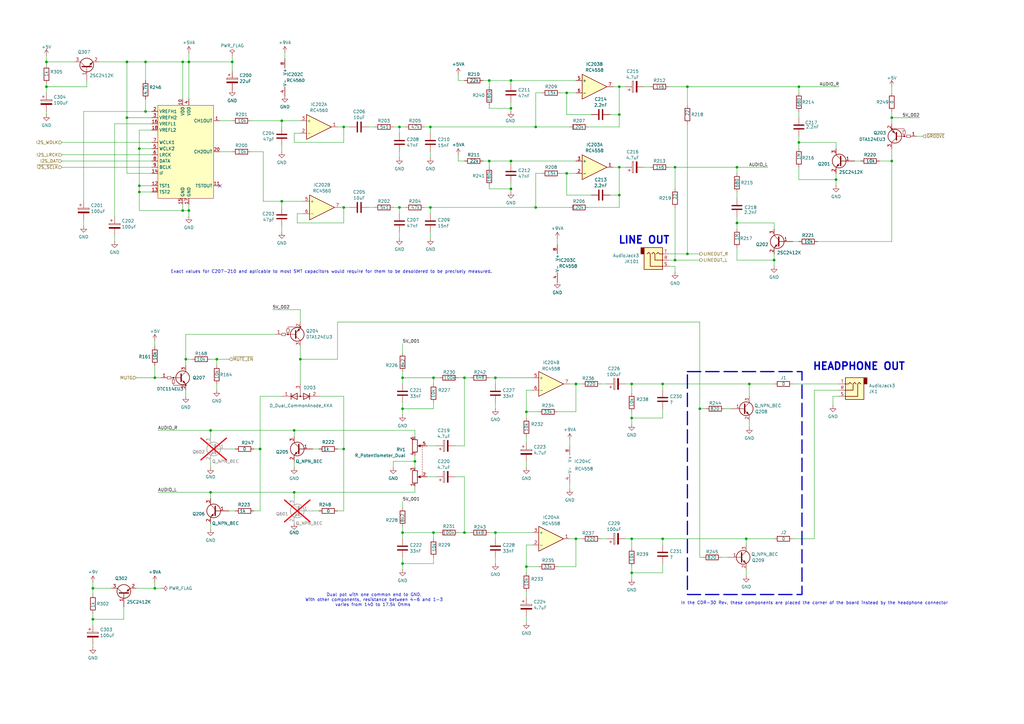
<source format=kicad_sch>
(kicad_sch (version 20231120) (generator "eeschema") (generator_version "8.0")
  (paper "A3")
  (title_block (title "PC-Engine CDR-30A (CD-ROM2) Schematics - MAIN PWR") (date "2024-05-03") (rev "0.1") (company "Author: Regis Galland"))
  (junction (at 259.08 157.48))
  (junction (at 200.66 66.04))
  (junction (at 271.78 157.48))
  (junction (at 302.26 91.44))
  (junction (at 209.55 77.47))
  (junction (at 259.08 234.95))
  (junction (at 123.19 147.32))
  (junction (at 259.08 220.98))
  (junction (at 219.71 85.09))
  (junction (at 232.41 71.12))
  (junction (at 177.8 218.44))
  (junction (at 307.34 157.48))
  (junction (at 165.1 154.94))
  (junction (at 63.5 241.3))
  (junction (at 365.76 66.04))
  (junction (at 302.26 68.58))
  (junction (at 74.93 86.36))
  (junction (at 232.41 38.1))
  (junction (at 38.1 254))
  (junction (at 276.86 68.58))
  (junction (at 57.15 78.74))
  (junction (at 57.15 60.96))
  (junction (at 176.53 85.09))
  (junction (at 176.53 52.07))
  (junction (at 209.55 44.45))
  (junction (at 52.07 48.26))
  (junction (at 38.1 241.3))
  (junction (at 170.18 189.23))
  (junction (at 254 46.99))
  (junction (at 120.65 201.93))
  (junction (at 306.07 220.98))
  (junction (at 140.97 52.07))
  (junction (at 115.57 82.55))
  (junction (at 63.5 154.94))
  (junction (at 342.9 73.66))
  (junction (at 74.93 25.4))
  (junction (at 19.05 35.56))
  (junction (at 140.97 184.15))
  (junction (at 209.55 33.02))
  (junction (at 165.1 218.44))
  (junction (at 209.55 66.04))
  (junction (at 165.1 167.64))
  (junction (at 163.83 85.09))
  (junction (at 106.68 184.15))
  (junction (at 365.76 48.26))
  (junction (at 281.94 104.14))
  (junction (at 52.07 25.4))
  (junction (at 95.25 25.4))
  (junction (at 120.65 176.53))
  (junction (at 165.1 231.14))
  (junction (at 140.97 85.09))
  (junction (at 317.5 106.68))
  (junction (at 19.05 25.4))
  (junction (at 281.94 35.56))
  (junction (at 177.8 154.94))
  (junction (at 200.66 33.02))
  (junction (at 86.36 201.93))
  (junction (at 77.47 86.36))
  (junction (at 86.36 176.53))
  (junction (at 59.69 25.4))
  (junction (at 77.47 25.4))
  (junction (at 254 68.58))
  (junction (at 190.5 218.44))
  (junction (at 57.15 76.2))
  (junction (at 327.66 35.56))
  (junction (at 236.22 220.98))
  (junction (at 254 35.56))
  (junction (at 254 80.01))
  (junction (at 215.9 232.41))
  (junction (at 203.2 154.94))
  (junction (at 203.2 218.44))
  (junction (at 163.83 52.07))
  (junction (at 215.9 168.91))
  (junction (at 287.02 167.64))
  (junction (at 259.08 171.45))
  (junction (at 271.78 220.98))
  (junction (at 59.69 45.72))
  (junction (at 190.5 154.94))
  (junction (at 115.57 49.53))
  (junction (at 219.71 52.07))
  (junction (at 327.66 58.42))
  (junction (at 276.86 106.68))
  (junction (at 76.2 147.32))
  (junction (at 88.9 147.32))
  (junction (at 236.22 157.48))
  (no_connect (at 90.17 76.2))
  (wire (pts (xy 236.22 220.98) (xy 238.76 220.98)))
  (wire (pts (xy 86.36 214.63) (xy 86.36 217.17)))
  (wire (pts (xy 209.55 67.31) (xy 209.55 66.04)))
  (wire (pts (xy 161.29 85.09) (xy 163.83 85.09)))
  (wire (pts (xy 254 68.58) (xy 251.46 68.58)))
  (wire (pts (xy 186.69 182.88) (xy 190.5 182.88)))
  (wire (pts (xy 307.34 157.48) (xy 317.5 157.48)))
  (wire (pts (xy 40.64 25.4) (xy 52.07 25.4)))
  (wire (pts (xy 63.5 149.86) (xy 63.5 154.94)))
  (wire (pts (xy 228.6 168.91) (xy 236.22 168.91)))
  (wire (pts (xy 46.99 96.52) (xy 46.99 99.06)))
  (wire (pts (xy 163.83 54.61) (xy 163.83 52.07)))
  (wire (pts (xy 50.8 248.92) (xy 50.8 254)))
  (wire (pts (xy 140.97 85.09) (xy 143.51 85.09)))
  (wire (pts (xy 143.51 52.07) (xy 140.97 52.07)))
  (wire (pts (xy 215.9 232.41) (xy 215.9 234.95)))
  (wire (pts (xy 170.18 199.39) (xy 170.18 201.93)))
  (wire (pts (xy 177.8 167.64) (xy 165.1 167.64)))
  (wire (pts (xy 77.47 25.4) (xy 74.93 25.4)))
  (wire (pts (xy 77.47 21.59) (xy 77.47 25.4)))
  (wire (pts (xy 104.14 209.55) (xy 106.68 209.55)))
  (wire (pts (xy 177.8 231.14) (xy 177.8 228.6)))
  (wire (pts (xy 177.8 167.64) (xy 177.8 165.1)))
  (wire (pts (xy 38.1 241.3) (xy 45.72 241.3)))
  (wire (pts (xy 215.9 189.23) (xy 215.9 191.77)))
  (wire (pts (xy 215.9 168.91) (xy 215.9 160.02)))
  (wire (pts (xy 302.26 91.44) (xy 302.26 93.98)))
  (wire (pts (xy 165.1 205.74) (xy 165.1 208.28)))
  (wire (pts (xy 165.1 154.94) (xy 165.1 157.48)))
  (wire (pts (xy 254 35.56) (xy 254 46.99)))
  (wire (pts (xy 59.69 25.4) (xy 59.69 33.02)))
  (wire (pts (xy 19.05 22.86) (xy 19.05 25.4)))
  (wire (pts (xy 102.87 49.53) (xy 115.57 49.53)))
  (wire (pts (xy 219.71 38.1) (xy 222.25 38.1)))
  (wire (pts (xy 163.83 95.25) (xy 163.83 97.79)))
  (wire (pts (xy 95.25 29.21) (xy 95.25 25.4)))
  (wire (pts (xy 365.76 48.26) (xy 365.76 50.8)))
  (wire (pts (xy 209.55 41.91) (xy 209.55 44.45)))
  (wire (pts (xy 163.83 87.63) (xy 163.83 85.09)))
  (wire (pts (xy 106.68 184.15) (xy 106.68 162.56)))
  (wire (pts (xy 307.34 157.48) (xy 307.34 162.56)))
  (wire (pts (xy 306.07 220.98) (xy 306.07 223.52)))
  (wire (pts (xy 302.26 106.68) (xy 302.26 101.6)))
  (wire (pts (xy 88.9 147.32) (xy 86.36 147.32)))
  (wire (pts (xy 271.78 167.64) (xy 271.78 171.45)))
  (wire (pts (xy 52.07 48.26) (xy 52.07 25.4)))
  (wire (pts (xy 77.47 40.64) (xy 77.47 25.4)))
  (wire (pts (xy 177.8 218.44) (xy 180.34 218.44)))
  (wire (pts (xy 138.43 147.32) (xy 138.43 132.08)))
  (wire (pts (xy 325.12 157.48) (xy 344.17 157.48)))
  (wire (pts (xy 200.66 44.45) (xy 200.66 43.18)))
  (wire (pts (xy 66.04 154.94) (xy 63.5 154.94)))
  (wire (pts (xy 215.9 232.41) (xy 220.98 232.41)))
  (wire (pts (xy 95.25 49.53) (xy 90.17 49.53)))
  (wire (pts (xy 187.96 33.02) (xy 190.5 33.02)))
  (wire (pts (xy 233.68 220.98) (xy 236.22 220.98)))
  (wire (pts (xy 163.83 62.23) (xy 163.83 64.77)))
  (wire (pts (xy 186.69 195.58) (xy 190.5 195.58)))
  (wire (pts (xy 77.47 86.36) (xy 77.47 88.9)))
  (wire (pts (xy 259.08 157.48) (xy 259.08 161.29)))
  (wire (pts (xy 176.53 62.23) (xy 176.53 64.77)))
  (wire (pts (xy 317.5 93.98) (xy 317.5 91.44)))
  (wire (pts (xy 209.55 34.29) (xy 209.55 33.02)))
  (wire (pts (xy 325.12 99.06) (xy 327.66 99.06)))
  (wire (pts (xy 187.96 30.48) (xy 187.96 33.02)))
  (wire (pts (xy 130.81 162.56) (xy 140.97 162.56)))
  (wire (pts (xy 165.1 165.1) (xy 165.1 167.64)))
  (wire (pts (xy 342.9 58.42) (xy 327.66 58.42)))
  (wire (pts (xy 342.9 60.96) (xy 342.9 58.42)))
  (wire (pts (xy 88.9 160.02) (xy 88.9 157.48)))
  (wire (pts (xy 74.93 86.36) (xy 77.47 86.36)))
  (wire (pts (xy 165.1 152.4) (xy 165.1 154.94)))
  (wire (pts (xy 57.15 60.96) (xy 62.23 60.96)))
  (wire (pts (xy 200.66 33.02) (xy 200.66 35.56)))
  (wire (pts (xy 86.36 176.53) (xy 86.36 179.07)))
  (wire (pts (xy 306.07 220.98) (xy 317.5 220.98)))
  (wire (pts (xy 74.93 83.82) (xy 74.93 86.36)))
  (wire (pts (xy 128.27 184.15) (xy 130.81 184.15)))
  (wire (pts (xy 120.65 179.07) (xy 120.65 176.53)))
  (wire (pts (xy 256.54 68.58) (xy 254 68.58)))
  (wire (pts (xy 218.44 218.44) (xy 203.2 218.44)))
  (wire (pts (xy 276.86 68.58) (xy 276.86 77.47)))
  (wire (pts (xy 306.07 236.22) (xy 306.07 233.68)))
  (wire (pts (xy 140.97 85.09) (xy 139.7 85.09)))
  (wire (pts (xy 317.5 104.14) (xy 317.5 106.68)))
  (wire (pts (xy 341.63 162.56) (xy 344.17 162.56)))
  (wire (pts (xy 140.97 184.15) (xy 138.43 184.15)))
  (wire (pts (xy 259.08 157.48) (xy 271.78 157.48)))
  (wire (pts (xy 219.71 71.12) (xy 222.25 71.12)))
  (wire (pts (xy 38.1 264.16) (xy 38.1 265.43)))
  (wire (pts (xy 38.1 241.3) (xy 38.1 243.84)))
  (wire (pts (xy 166.37 85.09) (xy 163.83 85.09)))
  (wire (pts (xy 232.41 71.12) (xy 236.22 71.12)))
  (wire (pts (xy 365.76 48.26) (xy 377.19 48.26)))
  (wire (pts (xy 232.41 46.99) (xy 232.41 38.1)))
  (wire (pts (xy 153.67 52.07) (xy 151.13 52.07)))
  (wire (pts (xy 276.86 106.68) (xy 274.32 106.68)))
  (wire (pts (xy 115.57 49.53) (xy 123.19 49.53)))
  (wire (pts (xy 241.3 85.09) (xy 254 85.09)))
  (wire (pts (xy 334.01 220.98) (xy 334.01 160.02)))
  (wire (pts (xy 62.23 50.8) (xy 46.99 50.8)))
  (wire (pts (xy 138.43 132.08) (xy 287.02 132.08)))
  (wire (pts (xy 55.88 241.3) (xy 63.5 241.3)))
  (wire (pts (xy 200.66 66.04) (xy 209.55 66.04)))
  (wire (pts (xy 274.32 104.14) (xy 281.94 104.14)))
  (wire (pts (xy 57.15 78.74) (xy 57.15 86.36)))
  (wire (pts (xy 219.71 85.09) (xy 219.71 71.12)))
  (wire (pts (xy 107.95 62.23) (xy 107.95 82.55)))
  (wire (pts (xy 25.4 66.04) (xy 62.23 66.04)))
  (wire (pts (xy 200.66 154.94) (xy 203.2 154.94)))
  (wire (pts (xy 215.9 179.07) (xy 215.9 181.61)))
  (wire (pts (xy 187.96 63.5) (xy 187.96 66.04)))
  (wire (pts (xy 165.1 140.97) (xy 165.1 144.78)))
  (wire (pts (xy 52.07 71.12) (xy 52.07 48.26)))
  (wire (pts (xy 266.7 68.58) (xy 264.16 68.58)))
  (wire (pts (xy 176.53 87.63) (xy 176.53 85.09)))
  (wire (pts (xy 123.19 147.32) (xy 138.43 147.32)))
  (wire (pts (xy 233.68 198.12) (xy 233.68 200.66)))
  (wire (pts (xy 317.5 106.68) (xy 317.5 109.22)))
  (wire (pts (xy 165.1 220.98) (xy 165.1 218.44)))
  (wire (pts (xy 281.94 35.56) (xy 281.94 43.18)))
  (wire (pts (xy 341.63 166.37) (xy 341.63 162.56)))
  (wire (pts (xy 165.1 228.6) (xy 165.1 231.14)))
  (wire (pts (xy 153.67 85.09) (xy 151.13 85.09)))
  (wire (pts (xy 259.08 237.49) (xy 259.08 234.95)))
  (wire (pts (xy 215.9 252.73) (xy 215.9 255.27)))
  (wire (pts (xy 259.08 220.98) (xy 259.08 224.79)))
  (wire (pts (xy 256.54 35.56) (xy 254 35.56)))
  (wire (pts (xy 123.19 147.32) (xy 123.19 157.48)))
  (wire (pts (xy 219.71 85.09) (xy 233.68 85.09)))
  (wire (pts (xy 123.19 54.61) (xy 120.65 54.61)))
  (wire (pts (xy 299.72 167.64) (xy 297.18 167.64)))
  (wire (pts (xy 307.34 175.26) (xy 307.34 172.72)))
  (wire (pts (xy 327.66 73.66) (xy 327.66 68.58)))
  (wire (pts (xy 38.1 238.76) (xy 38.1 241.3)))
  (wire (pts (xy 209.55 44.45) (xy 200.66 44.45)))
  (wire (pts (xy 215.9 242.57) (xy 215.9 245.11)))
  (wire (pts (xy 209.55 74.93) (xy 209.55 77.47)))
  (wire (pts (xy 95.25 22.86) (xy 95.25 25.4)))
  (wire (pts (xy 176.53 54.61) (xy 176.53 52.07)))
  (wire (pts (xy 76.2 162.56) (xy 76.2 160.02)))
  (wire (pts (xy 96.52 184.15) (xy 93.98 184.15)))
  (wire (pts (xy 365.76 66.04) (xy 360.68 66.04)))
  (wire (pts (xy 25.4 68.58) (xy 62.23 68.58)))
  (wire (pts (xy 187.96 218.44) (xy 190.5 218.44)))
  (wire (pts (xy 123.19 127) (xy 111.76 127)))
  (wire (pts (xy 106.68 184.15) (xy 106.68 209.55)))
  (wire (pts (xy 276.86 109.22) (xy 274.32 109.22)))
  (wire (pts (xy 274.32 35.56) (xy 281.94 35.56)))
  (wire (pts (xy 190.5 66.04) (xy 187.96 66.04)))
  (wire (pts (xy 64.77 176.53) (xy 86.36 176.53)))
  (wire (pts (xy 74.93 40.64) (xy 74.93 25.4)))
  (wire (pts (xy 35.56 35.56) (xy 19.05 35.56)))
  (wire (pts (xy 34.29 90.17) (xy 34.29 92.71)))
  (wire (pts (xy 63.5 238.76) (xy 63.5 241.3)))
  (wire (pts (xy 209.55 77.47) (xy 200.66 77.47)))
  (wire (pts (xy 140.97 58.42) (xy 140.97 52.07)))
  (wire (pts (xy 86.36 176.53) (xy 120.65 176.53)))
  (wire (pts (xy 365.76 45.72) (xy 365.76 48.26)))
  (wire (pts (xy 215.9 171.45) (xy 215.9 168.91)))
  (wire (pts (xy 62.23 48.26) (xy 52.07 48.26)))
  (wire (pts (xy 165.1 231.14) (xy 165.1 233.68)))
  (wire (pts (xy 50.8 254) (xy 38.1 254)))
  (wire (pts (xy 62.23 45.72) (xy 59.69 45.72)))
  (wire (pts (xy 88.9 149.86) (xy 88.9 147.32)))
  (wire (pts (xy 115.57 59.69) (xy 115.57 62.23)))
  (wire (pts (xy 166.37 52.07) (xy 163.83 52.07)))
  (wire (pts (xy 232.41 80.01) (xy 232.41 71.12)))
  (wire (pts (xy 63.5 154.94) (xy 55.88 154.94)))
  (wire (pts (xy 19.05 26.67) (xy 19.05 25.4)))
  (wire (pts (xy 64.77 201.93) (xy 86.36 201.93)))
  (wire (pts (xy 173.99 52.07) (xy 176.53 52.07)))
  (wire (pts (xy 209.55 44.45) (xy 209.55 45.72)))
  (wire (pts (xy 219.71 52.07) (xy 233.68 52.07)))
  (wire (pts (xy 130.81 209.55) (xy 128.27 209.55)))
  (wire (pts (xy 200.66 33.02) (xy 209.55 33.02)))
  (wire (pts (xy 35.56 33.02) (xy 35.56 35.56)))
  (wire (pts (xy 123.19 142.24) (xy 123.19 147.32)))
  (wire (pts (xy 236.22 157.48) (xy 238.76 157.48)))
  (wire (pts (xy 19.05 35.56) (xy 19.05 38.1)))
  (wire (pts (xy 76.2 147.32) (xy 78.74 147.32)))
  (wire (pts (xy 120.65 204.47) (xy 120.65 201.93)))
  (wire (pts (xy 76.2 137.16) (xy 76.2 147.32)))
  (wire (pts (xy 302.26 88.9) (xy 302.26 91.44)))
  (wire (pts (xy 57.15 53.34) (xy 57.15 60.96)))
  (wire (pts (xy 276.86 111.76) (xy 276.86 109.22)))
  (wire (pts (xy 254 35.56) (xy 251.46 35.56)))
  (wire (pts (xy 325.12 220.98) (xy 334.01 220.98)))
  (wire (pts (xy 19.05 35.56) (xy 19.05 34.29)))
  (wire (pts (xy 57.15 86.36) (xy 74.93 86.36)))
  (wire (pts (xy 327.66 35.56) (xy 344.17 35.56)))
  (wire (pts (xy 93.98 147.32) (xy 88.9 147.32)))
  (wire (pts (xy 62.23 53.34) (xy 57.15 53.34)))
  (wire (pts (xy 121.92 91.44) (xy 140.97 91.44)))
  (wire (pts (xy 161.29 52.07) (xy 163.83 52.07)))
  (wire (pts (xy 19.05 25.4) (xy 30.48 25.4)))
  (wire (pts (xy 177.8 220.98) (xy 177.8 218.44)))
  (wire (pts (xy 190.5 154.94) (xy 190.5 182.88)))
  (wire (pts (xy 121.92 87.63) (xy 121.92 91.44)))
  (wire (pts (xy 203.2 228.6) (xy 203.2 231.14)))
  (wire (pts (xy 200.66 218.44) (xy 203.2 218.44)))
  (wire (pts (xy 327.66 35.56) (xy 327.66 38.1)))
  (wire (pts (xy 177.8 157.48) (xy 177.8 154.94)))
  (wire (pts (xy 375.92 55.88) (xy 378.46 55.88)))
  (wire (pts (xy 203.2 154.94) (xy 203.2 157.48)))
  (wire (pts (xy 246.38 157.48) (xy 248.92 157.48)))
  (wire (pts (xy 38.1 254) (xy 38.1 256.54)))
  (wire (pts (xy 353.06 66.04) (xy 350.52 66.04)))
  (wire (pts (xy 317.5 106.68) (xy 302.26 106.68)))
  (wire (pts (xy 302.26 71.12) (xy 302.26 68.58)))
  (wire (pts (xy 228.6 97.79) (xy 228.6 100.33)))
  (wire (pts (xy 287.02 167.64) (xy 289.56 167.64)))
  (wire (pts (xy 124.46 87.63) (xy 121.92 87.63)))
  (wire (pts (xy 276.86 106.68) (xy 276.86 85.09)))
  (wire (pts (xy 165.1 215.9) (xy 165.1 218.44)))
  (wire (pts (xy 120.65 58.42) (xy 140.97 58.42)))
  (wire (pts (xy 229.87 71.12) (xy 232.41 71.12)))
  (wire (pts (xy 327.66 58.42) (xy 327.66 55.88)))
  (wire (pts (xy 74.93 25.4) (xy 59.69 25.4)))
  (wire (pts (xy 170.18 179.07) (xy 170.18 176.53)))
  (wire (pts (xy 46.99 50.8) (xy 46.99 88.9)))
  (wire (pts (xy 259.08 173.99) (xy 259.08 171.45)))
  (wire (pts (xy 288.29 228.6) (xy 287.02 228.6)))
  (wire (pts (xy 187.96 154.94) (xy 190.5 154.94)))
  (wire (pts (xy 271.78 220.98) (xy 306.07 220.98)))
  (wire (pts (xy 250.19 46.99) (xy 254 46.99)))
  (wire (pts (xy 246.38 220.98) (xy 248.92 220.98)))
  (wire (pts (xy 25.4 58.42) (xy 62.23 58.42)))
  (wire (pts (xy 115.57 49.53) (xy 115.57 52.07)))
  (wire (pts (xy 190.5 218.44) (xy 193.04 218.44)))
  (wire (pts (xy 175.26 182.88) (xy 179.07 182.88)))
  (wire (pts (xy 86.36 201.93) (xy 86.36 204.47)))
  (wire (pts (xy 287.02 106.68) (xy 276.86 106.68)))
  (wire (pts (xy 365.76 60.96) (xy 365.76 66.04)))
  (wire (pts (xy 63.5 241.3) (xy 66.04 241.3)))
  (wire (pts (xy 34.29 45.72) (xy 59.69 45.72)))
  (wire (pts (xy 232.41 38.1) (xy 236.22 38.1)))
  (wire (pts (xy 190.5 154.94) (xy 193.04 154.94)))
  (wire (pts (xy 334.01 160.02) (xy 344.17 160.02)))
  (wire (pts (xy 106.68 162.56) (xy 115.57 162.56)))
  (wire (pts (xy 242.57 46.99) (xy 232.41 46.99)))
  (wire (pts (xy 198.12 33.02) (xy 200.66 33.02)))
  (wire (pts (xy 57.15 78.74) (xy 62.23 78.74)))
  (wire (pts (xy 59.69 40.64) (xy 59.69 45.72)))
  (wire (pts (xy 233.68 180.34) (xy 233.68 182.88)))
  (wire (pts (xy 170.18 186.69) (xy 170.18 189.23)))
  (wire (pts (xy 342.9 71.12) (xy 342.9 73.66)))
  (wire (pts (xy 209.55 77.47) (xy 209.55 78.74)))
  (wire (pts (xy 34.29 45.72) (xy 34.29 82.55)))
  (wire (pts (xy 170.18 189.23) (xy 170.18 191.77)))
  (wire (pts (xy 254 68.58) (xy 254 80.01)))
  (wire (pts (xy 140.97 85.09) (xy 140.97 91.44)))
  (wire (pts (xy 63.5 139.7) (xy 63.5 142.24)))
  (wire (pts (xy 62.23 76.2) (xy 57.15 76.2)))
  (wire (pts (xy 242.57 80.01) (xy 232.41 80.01)))
  (wire (pts (xy 161.29 189.23) (xy 161.29 191.77)))
  (wire (pts (xy 365.76 66.04) (xy 365.76 99.06)))
  (wire (pts (xy 271.78 160.02) (xy 271.78 157.48)))
  (wire (pts (xy 228.6 232.41) (xy 236.22 232.41)))
  (wire (pts (xy 95.25 25.4) (xy 77.47 25.4)))
  (wire (pts (xy 335.28 99.06) (xy 365.76 99.06)))
  (wire (pts (xy 120.65 201.93) (xy 86.36 201.93)))
  (wire (pts (xy 233.68 157.48) (xy 236.22 157.48)))
  (wire (pts (xy 138.43 209.55) (xy 140.97 209.55)))
  (wire (pts (xy 57.15 76.2) (xy 57.15 78.74)))
  (wire (pts (xy 327.66 45.72) (xy 327.66 48.26)))
  (wire (pts (xy 115.57 82.55) (xy 124.46 82.55)))
  (wire (pts (xy 254 46.99) (xy 254 52.07)))
  (wire (pts (xy 314.96 68.58) (xy 302.26 68.58)))
  (wire (pts (xy 19.05 45.72) (xy 19.05 46.99)))
  (wire (pts (xy 219.71 38.1) (xy 219.71 52.07)))
  (wire (pts (xy 200.66 66.04) (xy 200.66 68.58)))
  (wire (pts (xy 165.1 170.18) (xy 165.1 167.64)))
  (wire (pts (xy 200.66 77.47) (xy 200.66 76.2)))
  (wire (pts (xy 86.36 189.23) (xy 86.36 191.77)))
  (wire (pts (xy 62.23 71.12) (xy 52.07 71.12)))
  (wire (pts (xy 120.65 201.93) (xy 170.18 201.93)))
  (wire (pts (xy 95.25 62.23) (xy 90.17 62.23)))
  (wire (pts (xy 209.55 33.02) (xy 236.22 33.02)))
  (wire (pts (xy 215.9 223.52) (xy 218.44 223.52)))
  (wire (pts (xy 177.8 154.94) (xy 180.34 154.94)))
  (wire (pts (xy 52.07 25.4) (xy 59.69 25.4)))
  (wire (pts (xy 120.65 189.23) (xy 120.65 191.77)))
  (wire (pts (xy 302.26 78.74) (xy 302.26 81.28)))
  (wire (pts (xy 215.9 160.02) (xy 218.44 160.02)))
  (wire (pts (xy 218.44 154.94) (xy 203.2 154.94)))
  (wire (pts (xy 287.02 132.08) (xy 287.02 167.64)))
  (wire (pts (xy 271.78 223.52) (xy 271.78 220.98)))
  (wire (pts (xy 161.29 189.23) (xy 170.18 189.23)))
  (wire (pts (xy 287.02 104.14) (xy 281.94 104.14)))
  (wire (pts (xy 176.53 52.07) (xy 219.71 52.07)))
  (wire (pts (xy 203.2 218.44) (xy 203.2 220.98)))
  (wire (pts (xy 120.65 176.53) (xy 170.18 176.53)))
  (wire (pts (xy 317.5 91.44) (xy 302.26 91.44)))
  (wire (pts (xy 287.02 228.6) (xy 287.02 167.64)))
  (wire (pts (xy 209.55 66.04) (xy 236.22 66.04)))
  (wire (pts (xy 271.78 171.45) (xy 259.08 171.45)))
  (wire (pts (xy 281.94 104.14) (xy 281.94 50.8)))
  (wire (pts (xy 271.78 231.14) (xy 271.78 234.95)))
  (wire (pts (xy 120.65 54.61) (xy 120.65 58.42)))
  (wire (pts (xy 259.08 171.45) (xy 259.08 168.91)))
  (wire (pts (xy 198.12 66.04) (xy 200.66 66.04)))
  (wire (pts (xy 215.9 223.52) (xy 215.9 232.41)))
  (wire (pts (xy 140.97 184.15) (xy 140.97 209.55)))
  (wire (pts (xy 365.76 35.56) (xy 365.76 38.1)))
  (wire (pts (xy 190.5 195.58) (xy 190.5 218.44)))
  (wire (pts (xy 113.03 137.16) (xy 76.2 137.16)))
  (wire (pts (xy 175.26 195.58) (xy 179.07 195.58)))
  (wire (pts (xy 298.45 228.6) (xy 295.91 228.6)))
  (wire (pts (xy 256.54 220.98) (xy 259.08 220.98)))
  (wire (pts (xy 256.54 157.48) (xy 259.08 157.48)))
  (wire (pts (xy 25.4 63.5) (xy 62.23 63.5)))
  (wire (pts (xy 165.1 154.94) (xy 177.8 154.94)))
  (wire (pts (xy 115.57 85.09) (xy 115.57 82.55)))
  (wire (pts (xy 116.84 21.59) (xy 116.84 24.13)))
  (wire (pts (xy 140.97 162.56) (xy 140.97 184.15)))
  (wire (pts (xy 327.66 58.42) (xy 327.66 60.96)))
  (wire (pts (xy 176.53 85.09) (xy 219.71 85.09)))
  (wire (pts (xy 77.47 83.82) (xy 77.47 86.36)))
  (wire (pts (xy 266.7 35.56) (xy 264.16 35.56)))
  (wire (pts (xy 140.97 52.07) (xy 138.43 52.07)))
  (wire (pts (xy 254 80.01) (xy 254 85.09)))
  (wire (pts (xy 104.14 184.15) (xy 106.68 184.15)))
  (wire (pts (xy 123.19 127) (xy 123.19 132.08)))
  (wire (pts (xy 342.9 76.2) (xy 342.9 73.66)))
  (wire (pts (xy 76.2 147.32) (xy 76.2 149.86)))
  (wire (pts (xy 271.78 157.48) (xy 307.34 157.48)))
  (wire (pts (xy 165.1 218.44) (xy 177.8 218.44)))
  (wire (pts (xy 215.9 168.91) (xy 220.98 168.91)))
  (wire (pts (xy 250.19 80.01) (xy 254 80.01)))
  (wire (pts (xy 259.08 234.95) (xy 259.08 232.41)))
  (wire (pts (xy 203.2 165.1) (xy 203.2 167.64)))
  (wire (pts (xy 259.08 220.98) (xy 271.78 220.98)))
  (wire (pts (xy 342.9 73.66) (xy 327.66 73.66)))
  (wire (pts (xy 276.86 68.58) (xy 302.26 68.58)))
  (wire (pts (xy 236.22 157.48) (xy 236.22 168.91)))
  (wire (pts (xy 229.87 38.1) (xy 232.41 38.1)))
  (wire (pts (xy 93.98 209.55) (xy 96.52 209.55)))
  (wire (pts (xy 173.99 85.09) (xy 176.53 85.09)))
  (wire (pts (xy 274.32 68.58) (xy 276.86 68.58)))
  (wire (pts (xy 107.95 62.23) (xy 102.87 62.23)))
  (wire (pts (xy 57.15 60.96) (xy 57.15 76.2)))
  (wire (pts (xy 165.1 231.14) (xy 177.8 231.14)))
  (wire (pts (xy 115.57 92.71) (xy 115.57 95.25)))
  (wire (pts (xy 107.95 82.55) (xy 115.57 82.55)))
  (wire (pts (xy 271.78 234.95) (xy 259.08 234.95)))
  (wire (pts (xy 176.53 95.25) (xy 176.53 97.79)))
  (wire (pts (xy 241.3 52.07) (xy 254 52.07)))
  (wire (pts (xy 38.1 254) (xy 38.1 251.46)))
  (wire (pts (xy 236.22 220.98) (xy 236.22 232.41)))
  (wire (pts (xy 281.94 35.56) (xy 327.66 35.56)))
  (rectangle (start 281.94 152.4) (end 328.93 243.84) (stroke (width 0.5) (type dash)))
  (text "In the CDR-30 Rev, these components are placed the corner of the board instead by the headphone connector" (at 334.01 247.396 0) (effects (font (size 1.27 1.27))))
  (text "LINE OUT" (at 264.16 98.552 0) (effects (font (size 3 3) (thickness 0.6) (bold yes))))
  (text "HEADPHONE OUT" (at 352.298 150.368 0) (effects (font (size 3 3) (thickness 0.6) (bold yes))))
  (text "Exact values for C207-210 and aplicable to most SMT capacitors would require for them to be desoldered to be precisely measured." (at 135.89 111.506 0) (effects (font (size 1.27 1.27))))
  (text "Dual pot with one common end to GND.\nWith other components, resistance between 4-6 and 1-3\nvaries from 140 to 17.5k Ohms " (at 153.416 246.126 0) (effects (font (size 1.27 1.27))))
  (label "5V_001" (at 165.1 205.74 0))
  (label "AUDIO_L" (at 314.96 68.58 180))
  (label "AUDIO_L" (at 64.77 201.93 0))
  (label "5V_002" (at 377.19 48.26 180))
  (label "AUDIO_R" (at 64.77 176.53 0))
  (label "5V_001" (at 165.1 140.97 0))
  (label "5V_002" (at 111.76 127 0))
  (label "AUDIO_R" (at 344.17 35.56 180))
  (hierarchical_label "LINEOUT_L" (shape output) (at 287.02 106.68 0))
  (hierarchical_label "~{MUTE_EN}" (shape input) (at 93.98 147.32 0))
  (hierarchical_label "LINEOUT_R" (shape output) (at 287.02 104.14 0))
  (hierarchical_label "MUTG" (shape input) (at 55.88 154.94 180))
  (hierarchical_label "I2S_DAT" (shape input) (at 25.4 66.04 180))
  (hierarchical_label "~{GROOVE}" (shape input) (at 378.46 55.88 0))
  (hierarchical_label "I2S_LRCK" (shape input) (at 25.4 63.5 180))
  (hierarchical_label "~{I2S_SCLK}" (shape input) (at 25.4 68.58 180))
  (hierarchical_label "I2S_WDLK" (shape input) (at 25.4 58.42 180))
  (symbol (lib_id "power:GND") (at 76.2 162.56 0) (mirror y) (unit 1)
    (property "Reference" "#PWR017" (effects (hide yes)))
    (property "Value" "GND" (at 76.2 167.0034 0))
    (property "Description" "Power symbol creates a global label with name \"GND\" , ground" (effects (hide yes)))
  )
  (symbol (lib_id "Device:C") (at 115.57 88.9 0) (mirror x) (unit 1)
    (property "Reference" "C203" (at 112.649 87.6878 0) (effects (justify right)))
    (property "Value" "47pF" (at 112.649 90.1121 0) (effects (justify right)))
    (property "Footprint" "Capacitor_SMD:C_0603_1608Metric" (effects (hide yes)))
  )
  (symbol (lib_id "power:GND") (at 176.53 64.77 0) (unit 1)
    (property "Reference" "#PWR024" (effects (hide yes)))
    (property "Value" "GND" (at 176.53 69.2134 0))
    (property "Description" "Power symbol creates a global label with name \"GND\" , ground" (effects (hide yes)))
  )
  (symbol (lib_id "power:GND") (at 203.2 231.14 0) (unit 1)
    (property "Reference" "#PWR048" (effects (hide yes)))
    (property "Value" "GND" (at 203.2 235.5834 0))
    (property "Description" "Power symbol creates a global label with name \"GND\" , ground" (effects (hide yes)))
  )
  (symbol (lib_id "Device:C_Polarized") (at 95.25 33.02 0) (unit 1)
    (property "Reference" "C200" (at 98.171 30.9188 0) (effects (justify left)))
    (property "Value" "22uF" (at 98.171 33.3431 0) (effects (justify left)))
    (property "Footprint" "Capacitor_SMD:CP_Elec_5x5.4" (effects (hide yes)))
    (property "Description" "Polarized capacitor" (effects (hide yes)))
  )
  (symbol (lib_id "Device:R") (at 100.33 209.55 90) (unit 1)
    (property "Reference" "R223" (at 97.536 207.01 90) (effects (justify right)))
    (property "Value" "1k" (at 98.298 209.55 90) (effects (justify right)))
    (property "Footprint" "Resistor_SMD:R_0603_1608Metric" (effects (hide yes)))
  )
  (symbol (lib_id "Device:R") (at 59.69 36.83 0) (mirror x) (unit 1)
    (property "Reference" "R246" (at 66.294 35.814 0) (effects (justify right)))
    (property "Value" "4.7k" (at 59.69 38.862 90) (effects (justify right)))
    (property "Footprint" "Resistor_SMD:R_0603_1608Metric" (effects (hide yes)))
  )
  (symbol (lib_id "Device:R") (at 224.79 232.41 270) (mirror x) (unit 1)
    (property "Reference" "R235" (at 227.33 229.87 90) (effects (justify right)))
    (property "Value" "33k" (at 226.568 232.41 90) (effects (justify right)))
    (property "Footprint" "Resistor_SMD:R_0603_1608Metric" (effects (hide yes)))
  )
  (symbol (lib_id "Device:C_Polarized") (at 182.88 195.58 90) (unit 1)
    (property "Reference" "C220" (at 181.991 189.2765 90))
    (property "Value" "4.7uF" (at 181.991 191.7008 90))
    (property "Footprint" "Capacitor_SMD:CP_Elec_4x5.4" (effects (hide yes)))
  )
  (symbol (lib_id "Device:R_Potentiometer_Dual") (at 172.72 189.23 270) (mirror x) (unit 1)
    (property "Reference" "RV1" (at 166.37 184.404 90) (effects (justify right)))
    (property "Value" "R_Potentiometer_Dual" (at 166.37 186.8283 90) (effects (justify right)))
    (property "Description" "Dual potentiometer" (effects (hide yes)))
  )
  (symbol (lib_id "power:GND") (at 215.9 255.27 0) (unit 1)
    (property "Reference" "#PWR052" (effects (hide yes)))
    (property "Value" "GND" (at 215.9 259.7134 0))
    (property "Description" "Power symbol creates a global label with name \"GND\" , ground" (effects (hide yes)))
  )
  (symbol (lib_id "Device:R") (at 276.86 81.28 0) (mirror y) (unit 1)
    (property "Reference" "R219" (at 270.256 81.28 0) (effects (justify right)))
    (property "Value" "22" (at 276.86 79.248 90) (effects (justify right)))
    (property "Footprint" "Resistor_SMD:R_0603_1608Metric" (effects (hide yes)))
  )
  (symbol (lib_id "Device:R") (at 177.8 224.79 0) (mirror x) (unit 1)
    (property "Reference" "R229" (at 184.785 223.52 0) (effects (justify right)))
    (property "Value" "10k" (at 178.054 226.314 90) (effects (justify right)))
    (property "Footprint" "Resistor_SMD:R_0603_1608Metric" (effects (hide yes)))
  )
  (symbol (lib_id "Device:R") (at 356.87 66.04 270) (unit 1)
    (property "Reference" "R220" (at 359.41 63.5 90) (effects (justify right)))
    (property "Value" "10k" (at 358.902 66.04 90) (effects (justify right)))
    (property "Footprint" "Resistor_SMD:R_0603_1608Metric" (effects (hide yes)))
  )
  (symbol (lib_id "Device:C") (at 246.38 46.99 270) (unit 1)
    (property "Reference" "C214" (at 246.38 40.6865 90))
    (property "Value" "2.2nF" (at 246.38 43.1108 90))
    (property "Footprint" "Capacitor_SMD:C_0603_1608Metric" (effects (hide yes)))
  )
  (symbol (lib_id "Device:C") (at 115.57 55.88 0) (mirror x) (unit 1)
    (property "Reference" "C204" (at 112.649 54.6678 0) (effects (justify right)))
    (property "Value" "47pF" (at 112.649 57.0921 0) (effects (justify right)))
    (property "Footprint" "Capacitor_SMD:C_0603_1608Metric" (effects (hide yes)))
  )
  (symbol (lib_id "power:GND") (at 77.47 88.9 0) (unit 1)
    (property "Reference" "#PWR037" (effects (hide yes)))
    (property "Value" "GND" (at 77.47 93.3434 0))
    (property "Description" "Power symbol creates a global label with name \"GND\" , ground" (effects (hide yes)))
  )
  (symbol (lib_id "Amplifier_Operational:RC4560") (at 119.38 31.75 0) (unit 3)
    (property "Reference" "IC202" (at 117.475 30.5378 0) (effects (justify left)))
    (property "Value" "RC4560" (at 117.475 32.9621 0) (effects (justify left)))
    (property "Footprint" "Package_SO:SOIC-8_3.9x4.9mm_P1.27mm" (effects (hide yes)))
    (property "Datasheet" "http://www.ti.com/lit/ds/symlink/rc4560.pdf" (effects (hide yes)))
    (property "Description" "Dual Audio Operational Amplifier, DIP-8/SOIC-8/SSOP-8" (effects (hide yes)))
  )
  (symbol (lib_id "Device:R") (at 293.37 167.64 270) (mirror x) (unit 1)
    (property "Reference" "R244" (at 295.91 165.354 90) (effects (justify right)))
    (property "Value" "820" (at 295.148 167.64 90) (effects (justify right)))
    (property "Footprint" "Resistor_SMD:R_0603_1608Metric" (effects (hide yes)))
  )
  (symbol (lib_id "Amplifier_Operational:RC4558") (at 226.06 220.98 0) (unit 1)
    (property "Reference" "IC204" (at 226.06 212.2002 0))
    (property "Value" "RC4558" (at 226.06 214.7371 0))
    (property "Footprint" "Package_SO:SOIC-8_3.9x4.9mm_P1.27mm" (effects (hide yes)))
    (property "Datasheet" "http://www.ti.com/lit/ds/symlink/rc4558.pdf" (effects (hide yes)))
  )
  (symbol (lib_id "power:GND") (at 209.55 45.72 0) (unit 1)
    (property "Reference" "#PWR011" (effects (hide yes)))
    (property "Value" "GND" (at 209.296 49.53 0))
    (property "Description" "Power symbol creates a global label with name \"GND\" , ground" (effects (hide yes)))
  )
  (symbol (lib_id "Device:C") (at 176.53 91.44 180) (unit 1)
    (property "Reference" "C209" (at 179.451 90.2278 0) (effects (justify right)))
    (property "Value" "15nF" (at 179.451 92.6521 0) (effects (justify right)))
    (property "Footprint" "Capacitor_SMD:C_0603_1608Metric" (effects (hide yes)))
  )
  (symbol (lib_id "Device:C_Polarized") (at 34.29 86.36 0) (unit 1)
    (property "Reference" "C201" (at 37.211 84.2588 0) (effects (justify left)))
    (property "Value" "100uF" (at 37.211 86.6831 0) (effects (justify left)))
    (property "Footprint" "Capacitor_SMD:CP_Elec_5x5.4" (effects (hide yes)))
    (property "Description" "Polarized capacitor" (effects (hide yes)))
  )
  (symbol (lib_id "Device:C") (at 147.32 85.09 270) (unit 1)
    (property "Reference" "C205" (at 147.32 78.7865 90))
    (property "Value" "10uF" (at 147.32 81.2108 90))
    (property "Footprint" "Capacitor_SMD:CP_Elec_4x5.4" (effects (hide yes)))
  )
  (symbol (lib_id "Device:R") (at 134.62 209.55 270) (mirror x) (unit 1)
    (property "Reference" "R248" (at 135.89 207.01 90) (effects (justify right)))
    (property "Value" "0" (at 135.382 209.55 90) (effects (justify right)))
    (property "Footprint" "Resistor_SMD:R_0603_1608Metric" (effects (hide yes)))
  )
  (symbol (lib_id "Device:R") (at 194.31 66.04 270) (unit 1)
    (property "Reference" "R211" (at 196.85 63.5 90) (effects (justify right)))
    (property "Value" "22k" (at 196.342 66.04 90) (effects (justify right)))
    (property "Footprint" "Resistor_SMD:R_0603_1608Metric" (effects (hide yes)))
  )
  (symbol (lib_id "power:GND") (at 259.08 237.49 0) (unit 1)
    (property "Reference" "#PWR051" (effects (hide yes)))
    (property "Value" "GND" (at 259.08 241.9334 0))
    (property "Description" "Power symbol creates a global label with name \"GND\" , ground" (effects (hide yes)))
  )
  (symbol (lib_id "Device:R") (at 196.85 154.94 270) (mirror x) (unit 1)
    (property "Reference" "R242" (at 199.39 152.654 90) (effects (justify right)))
    (property "Value" "6k8" (at 198.755 154.686 90) (effects (justify right)))
    (property "Footprint" "Resistor_SMD:R_0603_1608Metric" (effects (hide yes)))
  )
  (symbol (lib_id "Device:R") (at 194.31 33.02 270) (unit 1)
    (property "Reference" "R210" (at 196.85 30.48 90) (effects (justify right)))
    (property "Value" "22k" (at 196.342 33.02 90) (effects (justify right)))
    (property "Footprint" "Resistor_SMD:R_0603_1608Metric" (effects (hide yes)))
  )
  (symbol (lib_id "Device:R") (at 365.76 41.91 0) (mirror y) (unit 1)
    (property "Reference" "R249" (at 359.41 41.91 0) (effects (justify right)))
    (property "Value" "0" (at 365.76 41.148 90) (effects (justify right)))
    (property "Footprint" "Resistor_SMD:R_0603_1608Metric" (effects (hide yes)))
  )
  (symbol (lib_id "power:GND") (at 19.05 46.99 0) (unit 1)
    (property "Reference" "#PWR025" (effects (hide yes)))
    (property "Value" "GND" (at 19.05 51.4334 0))
    (property "Description" "Power symbol creates a global label with name \"GND\" , ground" (effects (hide yes)))
  )
  (symbol (lib_id "PC-Engine_CDR-30:DTA124EU3") (at 121.92 137.16 0) (mirror x) (unit 1)
    (property "Reference" "Q204" (at 125.5013 135.77 0) (effects (justify left)))
    (property "Value" "DTA124EU3" (at 125.5013 138.1943 0) (effects (justify left)))
    (property "Footprint" "Package_TO_SOT_SMD:SOT-23" (effects (hide yes)))
    (property "Datasheet" "https://fscdn.rohm.com/en/products/databook/datasheet/discrete/transistor/digital/dta124ee3-e.pdf" (effects (hide yes)))
    (property "Description" "PNP bias resistor transistor, base/emitter/collector, 22k, 22k, marking 1521" (effects (hide yes)))
  )
  (symbol (lib_id "power:+9VA") (at 116.84 21.59 0) (unit 1)
    (property "Reference" "#PWR085" (effects (hide yes)))
    (property "Value" "+9VA" (at 116.84 17.4569 0))
    (property "Description" "Power symbol creates a global label with name \"+9VA\"" (effects (hide yes)))
  )
  (symbol (lib_id "power:+9VA") (at 63.5 238.76 0) (unit 1)
    (property "Reference" "#PWR073" (effects (hide yes)))
    (property "Value" "+9VA" (at 63.5 234.6269 0))
    (property "Description" "Power symbol creates a global label with name \"+9VA\"" (effects (hide yes)))
  )
  (symbol (lib_id "power:GND") (at 120.65 191.77 0) (unit 1)
    (property "Reference" "#PWR013" (effects (hide yes)))
    (property "Value" "GND" (at 120.65 196.2134 0))
    (property "Description" "Power symbol creates a global label with name \"GND\" , ground" (effects (hide yes)))
  )
  (symbol (lib_id "power:+5VA") (at 77.47 21.59 0) (unit 1)
    (property "Reference" "#PWR09" (effects (hide yes)))
    (property "Value" "+5VA" (at 77.47 17.4569 0))
    (property "Description" "Power symbol creates a global label with name \"+5VA\"" (effects (hide yes)))
  )
  (symbol (lib_id "Device:R") (at 165.1 148.59 0) (mirror y) (unit 1)
    (property "Reference" "R226" (at 158.115 149.86 0) (effects (justify right)))
    (property "Value" "8k2" (at 165.227 147.066 90) (effects (justify right)))
    (property "Footprint" "Resistor_SMD:R_0603_1608Metric" (effects (hide yes)))
  )
  (symbol (lib_id "power:GND") (at 86.36 217.17 0) (mirror y) (unit 1)
    (property "Reference" "#PWR028" (effects (hide yes)))
    (property "Value" "GND" (at 86.36 221.6134 0))
    (property "Description" "Power symbol creates a global label with name \"GND\" , ground" (effects (hide yes)))
  )
  (symbol (lib_id "Device:R") (at 242.57 157.48 270) (mirror x) (unit 1)
    (property "Reference" "R236" (at 243.84 155.194 90) (effects (justify right)))
    (property "Value" "220" (at 244.348 157.48 90) (effects (justify right)))
    (property "Footprint" "Resistor_SMD:R_0603_1608Metric" (effects (hide yes)))
  )
  (symbol (lib_id "Device:C") (at 246.38 80.01 270) (unit 1)
    (property "Reference" "C213" (at 246.38 73.7065 90))
    (property "Value" "2.2nF" (at 246.38 76.1308 90))
    (property "Footprint" "Capacitor_SMD:C_0603_1608Metric" (effects (hide yes)))
  )
  (symbol (lib_id "Device:R") (at 157.48 85.09 270) (unit 1)
    (property "Reference" "R202" (at 160.02 82.55 90) (effects (justify right)))
    (property "Value" "5k1" (at 159.512 85.09 90) (effects (justify right)))
    (property "Footprint" "Resistor_SMD:R_0603_1608Metric" (effects (hide yes)))
  )
  (symbol (lib_id "Device:R") (at 237.49 52.07 270) (unit 1)
    (property "Reference" "R207" (at 240.03 49.53 90) (effects (justify right)))
    (property "Value" "120k" (at 239.522 52.07 90) (effects (justify right)))
    (property "Footprint" "Resistor_SMD:R_0603_1608Metric" (effects (hide yes)))
  )
  (symbol (lib_id "Device:R") (at 157.48 52.07 270) (unit 1)
    (property "Reference" "R203" (at 160.02 49.53 90) (effects (justify right)))
    (property "Value" "5k1" (at 159.512 52.07 90) (effects (justify right)))
    (property "Footprint" "Resistor_SMD:R_0603_1608Metric" (effects (hide yes)))
  )
  (symbol (lib_id "power:GND") (at 203.2 167.64 0) (unit 1)
    (property "Reference" "#PWR040" (effects (hide yes)))
    (property "Value" "GND" (at 203.2 172.0834 0))
    (property "Description" "Power symbol creates a global label with name \"GND\" , ground" (effects (hide yes)))
  )
  (symbol (lib_id "power:+9VA") (at 228.6 97.79 0) (unit 1)
    (property "Reference" "#PWR093" (effects (hide yes)))
    (property "Value" "+9VA" (at 228.6 93.6569 0))
    (property "Description" "Power symbol creates a global label with name \"+9VA\"" (effects (hide yes)))
  )
  (symbol (lib_id "Amplifier_Operational:RC4558") (at 226.06 157.48 0) (unit 2)
    (property "Reference" "IC204" (at 226.06 148.7002 0))
    (property "Value" "RC4558" (at 226.06 151.2371 0))
    (property "Footprint" "Package_SO:SOIC-8_3.9x4.9mm_P1.27mm" (effects (hide yes)))
    (property "Datasheet" "http://www.ti.com/lit/ds/symlink/rc4558.pdf" (effects (hide yes)))
  )
  (symbol (lib_id "power:GND") (at 116.84 39.37 0) (unit 1)
    (property "Reference" "#PWR07" (effects (hide yes)))
    (property "Value" "GND" (at 116.84 43.8134 0))
    (property "Description" "Power symbol creates a global label with name \"GND\" , ground" (effects (hide yes)))
  )
  (symbol (lib_id "Amplifier_Operational:RC4560") (at 130.81 52.07 0) (unit 1)
    (property "Reference" "IC202" (at 130.81 42.8455 0))
    (property "Value" "RC4560" (at 130.81 45.2698 0))
    (property "Footprint" "Package_SO:SOIC-8_3.9x4.9mm_P1.27mm" (effects (hide yes)))
    (property "Datasheet" "http://www.ti.com/lit/ds/symlink/rc4560.pdf" (effects (hide yes)))
    (property "Description" "Dual Audio Operational Amplifier, DIP-8/SOIC-8/SSOP-8" (effects (hide yes)))
  )
  (symbol (lib_id "PC-Engine_CDR-30:2SC2412K") (at 320.04 99.06 0) (mirror y) (unit 1)
    (property "Reference" "Q202" (at 315.1886 100.2722 0) (effects (justify left)))
    (property "Value" "2SC2412K" (at 328.676 103.632 0) (effects (justify left)))
    (property "Footprint" "Package_TO_SOT_SMD:SOT-23" (effects (hide yes)))
    (property "Datasheet" "https://fscdn.rohm.com/en/products/databook/datasheet/discrete/transistor/bipolar/2sc4617e3-e.pdf" (effects (hide yes)))
    (property "Description" "NPN transistor, base/emitter/collector, makring BR22, SOT-23" (effects (hide yes)))
    (property "Sim.Device" "PNP" (effects (hide yes)))
    (property "Sim.Type" "GUMMELPOON" (effects (hide yes)))
    (property "Sim.Pins" "1=C 2=B 3=E" (effects (hide yes)))
  )
  (symbol (lib_id "Amplifier_Operational:RC4558") (at 236.22 190.5 0) (unit 3)
    (property "Reference" "IC204" (at 239.014 189.23 0))
    (property "Value" "RC4558" (at 239.522 192.278 0))
    (property "Footprint" "Package_SO:SOIC-8_3.9x4.9mm_P1.27mm" (effects (hide yes)))
    (property "Datasheet" "http://www.ti.com/lit/ds/symlink/rc4558.pdf" (effects (hide yes)))
  )
  (symbol (lib_id "Connector_Audio:AudioJack3") (at 269.24 106.68 0) (mirror x) (unit 1)
    (property "Reference" "JK101" (at 262.128 107.2572 0) (effects (justify right)))
    (property "Value" "AudioJack3" (at 262.128 104.8329 0) (effects (justify right)))
    (property "Footprint" "Connector_Audio:Jack_3.5mm_CUI_SJ1-3533NG_Horizontal" (effects (hide yes)))
    (property "Description" "Audio Jack, 3 Poles (Stereo / TRS)" (effects (hide yes)))
  )
  (symbol (lib_id "Device:C") (at 147.32 52.07 270) (unit 1)
    (property "Reference" "C206" (at 147.32 45.7665 90))
    (property "Value" "10uF" (at 147.32 48.1908 90))
    (property "Footprint" "Capacitor_SMD:CP_Elec_4x5.4" (effects (hide yes)))
  )
  (symbol (lib_id "power:GND") (at 86.36 191.77 0) (unit 1)
    (property "Reference" "#PWR012" (effects (hide yes)))
    (property "Value" "GND" (at 86.36 195.58 0))
    (property "Description" "Power symbol creates a global label with name \"GND\" , ground" (effects (hide yes)))
  )
  (symbol (lib_id "Device:R") (at 170.18 52.07 270) (unit 1)
    (property "Reference" "R205" (at 172.72 49.53 90) (effects (justify right)))
    (property "Value" "47k" (at 172.212 52.07 90) (effects (justify right)))
    (property "Footprint" "Resistor_SMD:R_0603_1608Metric" (effects (hide yes)))
  )
  (symbol (lib_id "Device:R") (at 215.9 175.26 0) (mirror x) (unit 1)
    (property "Reference" "R232" (at 222.885 173.99 0) (effects (justify right)))
    (property "Value" "10k" (at 215.9 177.038 90) (effects (justify right)))
    (property "Footprint" "Resistor_SMD:R_0603_1608Metric" (effects (hide yes)))
  )
  (symbol (lib_id "power:GND") (at 165.1 233.68 0) (unit 1)
    (property "Reference" "#PWR049" (effects (hide yes)))
    (property "Value" "GND" (at 165.1 238.1234 0))
    (property "Description" "Power symbol creates a global label with name \"GND\" , ground" (effects (hide yes)))
  )
  (symbol (lib_id "power:GND") (at 342.9 76.2 0) (unit 1)
    (property "Reference" "#PWR014" (effects (hide yes)))
    (property "Value" "GND" (at 342.9 80.6434 0))
    (property "Description" "Power symbol creates a global label with name \"GND\" , ground" (effects (hide yes)))
  )
  (symbol (lib_id "power:GND") (at 233.68 200.66 0) (unit 1)
    (property "Reference" "#PWR047" (effects (hide yes)))
    (property "Value" "GND" (at 233.68 205.1034 0))
    (property "Description" "Power symbol creates a global label with name \"GND\" , ground" (effects (hide yes)))
  )
  (symbol (lib_id "Device:R") (at 302.26 97.79 0) (unit 1)
    (property "Reference" "R217" (at 308.61 97.79 0) (effects (justify right)))
    (property "Value" "1M" (at 302.26 95.758 90) (effects (justify right)))
    (property "Footprint" "Resistor_SMD:R_0603_1608Metric" (effects (hide yes)))
  )
  (symbol (lib_id "power:GND") (at 161.29 191.77 0) (unit 1)
    (property "Reference" "#PWR045" (effects (hide yes)))
    (property "Value" "GND" (at 161.29 196.2134 0))
    (property "Description" "Power symbol creates a global label with name \"GND\" , ground" (effects (hide yes)))
  )
  (symbol (lib_id "Device:R") (at 321.31 157.48 270) (mirror x) (unit 1)
    (property "Reference" "J1" (at 322.58 154.94 90) (effects (justify right)))
    (property "Value" "0" (at 322.072 157.48 90) (effects (justify right)))
  )
  (symbol (lib_id "Amplifier_Operational:RC4558") (at 243.84 35.56 0) (unit 2)
    (property "Reference" "IC203" (at 243.84 26.3355 0))
    (property "Value" "RC4558" (at 243.84 28.7598 0))
    (property "Footprint" "Package_SO:SOIC-8_3.9x4.9mm_P1.27mm" (effects (hide yes)))
    (property "Datasheet" "http://www.ti.com/lit/ds/symlink/rc4558.pdf" (effects (hide yes)))
    (property "Description" "Dual General Purpose, Operational Amplifier, DIP-8/SOIC-8/SSOP-8" (effects (hide yes)))
  )
  (symbol (lib_id "power:+5VA") (at 187.96 63.5 0) (unit 1)
    (property "Reference" "#PWR054" (effects (hide yes)))
    (property "Value" "+5VA" (at 187.96 59.3669 0))
    (property "Description" "Power symbol creates a global label with name \"+5VA\"" (effects (hide yes)))
  )
  (symbol (lib_id "power:GND") (at 276.86 111.76 0) (mirror y) (unit 1)
    (property "Reference" "#PWR038" (effects (hide yes)))
    (property "Value" "GND" (at 276.86 116.2034 0))
    (property "Description" "Power symbol creates a global label with name \"GND\" , ground" (effects (hide yes)))
  )
  (symbol (lib_id "Device:C") (at 203.2 161.29 0) (unit 1)
    (property "Reference" "C227" (at 206.121 160.0778 0) (effects (justify left)))
    (property "Value" "33nF" (at 206.121 162.5021 0) (effects (justify left)))
    (property "Footprint" "Capacitor_SMD:C_0603_1608Metric" (effects (hide yes)))
  )
  (symbol (lib_id "Device:R") (at 63.5 146.05 0) (mirror x) (unit 1)
    (property "Reference" "R161" (at 61.976 146.304 0) (effects (justify right)))
    (property "Value" "10k" (at 63.5 147.828 90) (effects (justify right)))
    (property "Footprint" "Resistor_SMD:R_0603_1608Metric" (effects (hide yes)))
  )
  (symbol (lib_id "power:+9VA") (at 233.68 180.34 0) (unit 1)
    (property "Reference" "#PWR044" (effects (hide yes)))
    (property "Value" "+9VA" (at 233.68 176.2069 0))
    (property "Description" "Power symbol creates a global label with name \"+9VA\"" (effects (hide yes)))
  )
  (symbol (lib_id "power:GND") (at 215.9 191.77 0) (unit 1)
    (property "Reference" "#PWR046" (effects (hide yes)))
    (property "Value" "GND" (at 215.9 196.2134 0))
    (property "Description" "Power symbol creates a global label with name \"GND\" , ground" (effects (hide yes)))
  )
  (symbol (lib_id "power:GND") (at 120.65 214.63 0) (unit 1)
    (property "Reference" "#PWR027" (effects (hide yes)))
    (property "Value" "GND" (at 120.65 218.44 0))
    (property "Description" "Power symbol creates a global label with name \"GND\" , ground" (effects (hide yes)))
  )
  (symbol (lib_id "Device:C") (at 165.1 224.79 0) (unit 1)
    (property "Reference" "C222" (at 168.021 223.5778 0) (effects (justify left)))
    (property "Value" "33nF" (at 168.021 226.0021 0) (effects (justify left)))
    (property "Footprint" "Capacitor_SMD:C_0603_1608Metric" (effects (hide yes)))
  )
  (symbol (lib_id "Device:R") (at 331.47 99.06 270) (unit 1)
    (property "Reference" "R221" (at 334.01 96.52 90) (effects (justify right)))
    (property "Value" "10k" (at 333.502 99.06 90) (effects (justify right)))
    (property "Footprint" "Resistor_SMD:R_0603_1608Metric" (effects (hide yes)))
  )
  (symbol (lib_id "power:+5V") (at 63.5 139.7 0) (mirror y) (unit 1)
    (property "Reference" "#PWR08" (effects (hide yes)))
    (property "Value" "+5V" (at 63.5 135.89 0))
    (property "Description" "Power symbol creates a global label with name \"+5V\"" (effects (hide yes)))
  )
  (symbol (lib_id "Device:Q_NPN_BEC") (at 123.19 209.55 0) (mirror y) (unit 1) (dnp yes)
    (property "Reference" "Q601" (at 118.3386 210.7622 0) (effects (justify left)))
    (property "Value" "Q_NPN_BEC" (at 132.334 214.63 0) (effects (justify left)))
    (property "Footprint" "Package_TO_SOT_SMD:SOT-23" (effects (hide yes)))
    (property "Description" "NPN transistor, base/emitter/collector" (effects (hide yes)))
    (property "Sim.Device" "PNP" (effects (hide yes)))
    (property "Sim.Type" "GUMMELPOON" (effects (hide yes)))
    (property "Sim.Pins" "1=C 2=B 3=E" (effects (hide yes)))
  )
  (symbol (lib_id "Device:R") (at 184.15 154.94 270) (mirror x) (unit 1)
    (property "Reference" "R230" (at 186.817 152.654 90) (effects (justify right)))
    (property "Value" "100k" (at 186.817 154.94 90) (effects (justify right)))
    (property "Footprint" "Resistor_SMD:R_0603_1608Metric" (effects (hide yes)))
  )
  (symbol (lib_id "power:+9V") (at 38.1 238.76 0) (unit 1)
    (property "Reference" "#PWR034" (effects (hide yes)))
    (property "Value" "+9V" (at 38.1 234.6269 0))
    (property "Description" "Power symbol creates a global label with name \"+9V\"" (effects (hide yes)))
  )
  (symbol (lib_id "power:+5V") (at 365.76 35.56 0) (mirror y) (unit 1)
    (property "Reference" "#PWR04" (effects (hide yes)))
    (property "Value" "+5V" (at 365.76 31.9842 0))
    (property "Description" "Power symbol creates a global label with name \"+5V\"" (effects (hide yes)))
  )
  (symbol (lib_id "Device:C_Polarized") (at 215.9 185.42 0) (unit 1)
    (property "Reference" "C223" (at 218.821 183.3188 0) (effects (justify left)))
    (property "Value" "4.7uF" (at 218.821 185.7431 0) (effects (justify left)))
    (property "Footprint" "Capacitor_SMD:CP_Elec_4x5.4" (effects (hide yes)))
  )
  (symbol (lib_id "Device:R") (at 259.08 228.6 0) (mirror x) (unit 1)
    (property "Reference" "R239" (at 266.065 227.33 0) (effects (justify right)))
    (property "Value" "10k" (at 259.08 230.378 90) (effects (justify right)))
    (property "Footprint" "Resistor_SMD:R_0603_1608Metric" (effects (hide yes)))
  )
  (symbol (lib_id "power:GND") (at 46.99 99.06 0) (unit 1)
    (property "Reference" "#PWR036" (effects (hide yes)))
    (property "Value" "GND" (at 46.99 103.5034 0))
    (property "Description" "Power symbol creates a global label with name \"GND\" , ground" (effects (hide yes)))
  )
  (symbol (lib_id "Amplifier_Operational:RC4558") (at 243.84 68.58 0) (unit 1)
    (property "Reference" "IC203" (at 243.84 59.3555 0))
    (property "Value" "RC4558" (at 243.84 61.7798 0))
    (property "Footprint" "Package_SO:SOIC-8_3.9x4.9mm_P1.27mm" (effects (hide yes)))
    (property "Datasheet" "http://www.ti.com/lit/ds/symlink/rc4558.pdf" (effects (hide yes)))
    (property "Description" "Dual General Purpose, Operational Amplifier, DIP-8/SOIC-8/SSOP-8" (effects (hide yes)))
  )
  (symbol (lib_id "power:+5VA") (at 187.96 30.48 0) (unit 1)
    (property "Reference" "#PWR06" (effects (hide yes)))
    (property "Value" "+5VA" (at 187.96 26.3469 0))
    (property "Description" "Power symbol creates a global label with name \"+5VA\"" (effects (hide yes)))
  )
  (symbol (lib_id "Device:C") (at 302.26 85.09 180) (unit 1)
    (property "Reference" "C218" (at 307.848 85.09 0))
    (property "Value" "2.2nF" (at 307.848 87.122 0))
    (property "Footprint" "Capacitor_SMD:C_0603_1608Metric" (effects (hide yes)))
  )
  (symbol (lib_id "Device:R") (at 224.79 168.91 270) (mirror x) (unit 1)
    (property "Reference" "R234" (at 227.33 166.37 90) (effects (justify right)))
    (property "Value" "33k" (at 226.568 168.91 90) (effects (justify right)))
    (property "Footprint" "Resistor_SMD:R_0603_1608Metric" (effects (hide yes)))
  )
  (symbol (lib_id "power:GND") (at 34.29 92.71 0) (unit 1)
    (property "Reference" "#PWR033" (effects (hide yes)))
    (property "Value" "GND" (at 34.29 97.1534 0))
    (property "Description" "Power symbol creates a global label with name \"GND\" , ground" (effects (hide yes)))
  )
  (symbol (lib_id "Device:R") (at 100.33 184.15 90) (unit 1)
    (property "Reference" "R247" (at 99.06 181.61 90) (effects (justify right)))
    (property "Value" "0" (at 99.568 184.15 90) (effects (justify right)))
    (property "Footprint" "Resistor_SMD:R_0603_1608Metric" (effects (hide yes)))
  )
  (symbol (lib_id "Device:C") (at 163.83 58.42 180) (unit 1)
    (property "Reference" "C208" (at 166.751 57.2078 0) (effects (justify right)))
    (property "Value" "47nF" (at 166.751 59.6321 0) (effects (justify right)))
    (property "Footprint" "Capacitor_SMD:C_0603_1608Metric" (effects (hide yes)))
  )
  (symbol (lib_id "Device:Q_NPN_BEC") (at 304.8 167.64 0) (unit 1)
    (property "Reference" "Q208" (at 309.6514 168.8522 0) (effects (justify left)))
    (property "Value" "Q_NPN_BEC" (at 309.372 166.37 0) (effects (justify left)))
    (property "Footprint" "Package_TO_SOT_SMD:SOT-23" (effects (hide yes)))
    (property "Description" "NPN transistor, base/emitter/collector" (effects (hide yes)))
    (property "Sim.Device" "PNP" (effects (hide yes)))
    (property "Sim.Type" "GUMMELPOON" (effects (hide yes)))
    (property "Sim.Pins" "1=C 2=B 3=E" (effects (hide yes)))
  )
  (symbol (lib_id "power:GND") (at 317.5 109.22 0) (unit 1)
    (property "Reference" "#PWR029" (effects (hide yes)))
    (property "Value" "GND" (at 317.5 113.6634 0))
    (property "Description" "Power symbol creates a global label with name \"GND\" , ground" (effects (hide yes)))
  )
  (symbol (lib_id "Device:R") (at 38.1 247.65 0) (mirror x) (unit 1)
    (property "Reference" "R302" (at 44.704 247.65 0) (effects (justify right)))
    (property "Value" "1k" (at 38.1 249.301 90) (effects (justify right)))
    (property "Footprint" "Resistor_SMD:R_0603_1608Metric" (effects (hide yes)))
  )
  (symbol (lib_id "Device:R") (at 200.66 39.37 0) (unit 1)
    (property "Reference" "R240" (at 198.882 39.116 0) (effects (justify right)))
    (property "Value" "180k" (at 200.66 36.83 90) (effects (justify right)))
    (property "Footprint" "Resistor_SMD:R_0603_1608Metric" (effects (hide yes)))
  )
  (symbol (lib_id "PC-Engine_CDR-30:DTA124EU3") (at 367.03 55.88 180) (unit 1)
    (property "Reference" "Q203" (at 363.4487 54.49 0) (effects (justify left)))
    (property "Value" "DTA124EU3" (at 363.22 57.15 0) (effects (justify left)))
    (property "Footprint" "Package_TO_SOT_SMD:SOT-23" (effects (hide yes)))
    (property "Datasheet" "https://fscdn.rohm.com/en/products/databook/datasheet/discrete/transistor/digital/dta124ee3-e.pdf" (effects (hide yes)))
    (property "Description" "PNP bias resistor transistor, base/emitter/collector, 22k, 22k, marking 1521" (effects (hide yes)))
  )
  (symbol (lib_id "Device:Q_NPN_BEC") (at 123.19 184.15 0) (mirror y) (unit 1)
    (property "Reference" "Q205" (at 118.3386 185.3622 0) (effects (justify left)))
    (property "Value" "Q_NPN_BEC" (at 132.334 189.23 0) (effects (justify left)))
    (property "Footprint" "Package_TO_SOT_SMD:SOT-23" (effects (hide yes)))
    (property "Description" "NPN transistor, base/emitter/collector" (effects (hide yes)))
    (property "Sim.Device" "PNP" (effects (hide yes)))
    (property "Sim.Type" "GUMMELPOON" (effects (hide yes)))
    (property "Sim.Pins" "1=C 2=B 3=E" (effects (hide yes)))
  )
  (symbol (lib_id "Device:R") (at 327.66 64.77 0) (unit 1)
    (property "Reference" "R216" (at 334.01 64.77 0) (effects (justify right)))
    (property "Value" "1M" (at 327.66 62.738 90) (effects (justify right)))
    (property "Footprint" "Resistor_SMD:R_0603_1608Metric" (effects (hide yes)))
  )
  (symbol (lib_id "power:GND") (at 341.63 166.37 0) (unit 1)
    (property "Reference" "#PWR039" (effects (hide yes)))
    (property "Value" "GND" (at 341.63 170.8134 0))
    (property "Description" "Power symbol creates a global label with name \"GND\" , ground" (effects (hide yes)))
  )
  (symbol (lib_id "power:GND") (at 165.1 170.18 0) (unit 1)
    (property "Reference" "#PWR041" (effects (hide yes)))
    (property "Value" "GND" (at 165.1 174.6234 0))
    (property "Description" "Power symbol creates a global label with name \"GND\" , ground" (effects (hide yes)))
  )
  (symbol (lib_id "power:GND") (at 176.53 97.79 0) (unit 1)
    (property "Reference" "#PWR032" (effects (hide yes)))
    (property "Value" "GND" (at 176.53 102.2334 0))
    (property "Description" "Power symbol creates a global label with name \"GND\" , ground" (effects (hide yes)))
  )
  (symbol (lib_id "Device:C_Polarized") (at 38.1 260.35 0) (unit 1)
    (property "Reference" "C303" (at 41.021 258.2488 0) (effects (justify left)))
    (property "Value" "100uF" (at 41.021 260.6731 0) (effects (justify left)))
    (property "Footprint" "Capacitor_SMD:CP_Elec_5x5.4" (effects (hide yes)))
    (property "Description" "Polarized capacitor" (effects (hide yes)))
  )
  (symbol (lib_id "Device:C_Polarized") (at 182.88 182.88 90) (unit 1)
    (property "Reference" "C219" (at 181.991 176.5765 90))
    (property "Value" "4.7uF" (at 181.991 179.0008 90))
    (property "Footprint" "Capacitor_SMD:CP_Elec_4x5.4" (effects (hide yes)))
  )
  (symbol (lib_id "Device:C") (at 209.55 71.12 180) (unit 1)
    (property "Reference" "C212" (at 212.471 69.9078 0) (effects (justify right)))
    (property "Value" "47nF" (at 212.471 72.3321 0) (effects (justify right)))
    (property "Footprint" "Capacitor_SMD:C_0603_1608Metric" (effects (hide yes)))
  )
  (symbol (lib_id "Device:R") (at 242.57 220.98 270) (mirror x) (unit 1)
    (property "Reference" "R237" (at 243.84 218.694 90) (effects (justify right)))
    (property "Value" "220" (at 244.348 220.98 90) (effects (justify right)))
    (property "Footprint" "Resistor_SMD:R_0603_1608Metric" (effects (hide yes)))
  )
  (symbol (lib_id "Device:R") (at 259.08 165.1 0) (mirror x) (unit 1)
    (property "Reference" "R238" (at 266.065 163.83 0) (effects (justify right)))
    (property "Value" "10k" (at 259.08 166.878 90) (effects (justify right)))
    (property "Footprint" "Resistor_SMD:R_0603_1608Metric" (effects (hide yes)))
  )
  (symbol (lib_id "power:GND") (at 163.83 97.79 0) (unit 1)
    (property "Reference" "#PWR031" (effects (hide yes)))
    (property "Value" "GND" (at 163.83 102.2334 0))
    (property "Description" "Power symbol creates a global label with name \"GND\" , ground" (effects (hide yes)))
  )
  (symbol (lib_id "Device:C") (at 209.55 38.1 180) (unit 1)
    (property "Reference" "C211" (at 212.471 36.8878 0) (effects (justify right)))
    (property "Value" "47nF" (at 212.471 39.3121 0) (effects (justify right)))
    (property "Footprint" "Capacitor_SMD:C_0603_1608Metric" (effects (hide yes)))
  )
  (symbol (lib_id "Device:R") (at 200.66 72.39 0) (unit 1)
    (property "Reference" "R241" (at 198.882 72.136 0) (effects (justify right)))
    (property "Value" "180k" (at 200.66 69.85 90) (effects (justify right)))
    (property "Footprint" "Resistor_SMD:R_0603_1608Metric" (effects (hide yes)))
  )
  (symbol (lib_id "PC-Engine_CDR-30:DTC114EU3") (at 74.93 154.94 0) (unit 1)
    (property "Reference" "Q207" (at 78.994 154.94 0) (effects (justify left)))
    (property "Value" "DTC114EU3" (at 64.262 159.512 0) (effects (justify left)))
    (property "Footprint" "Package_TO_SOT_SMD:SOT-23" (effects (hide yes)))
    (property "Datasheet" "https://fscdn.rohm.com/en/products/databook/datasheet/discrete/transistor/digital/dtc114ee3-e.pdf" (effects (hide yes)))
    (property "Description" "NPN bias resistor transistor, base/emitter/collector, 10k, 10k, marking 2421" (effects (hide yes)))
    (property "Sim.Device" "PNP" (effects (hide yes)))
    (property "Sim.Type" "GUMMELPOON" (effects (hide yes)))
    (property "Sim.Pins" "1=C 2=B 3=E" (effects (hide yes)))
  )
  (symbol (lib_id "Device:R") (at 270.51 68.58 270) (unit 1)
    (property "Reference" "R213" (at 273.05 66.04 90) (effects (justify right)))
    (property "Value" "1k6" (at 272.542 68.58 90) (effects (justify right)))
    (property "Footprint" "Resistor_SMD:R_0603_1608Metric" (effects (hide yes)))
  )
  (symbol (lib_id "Device:R") (at 270.51 35.56 270) (unit 1)
    (property "Reference" "R212" (at 273.05 33.02 90) (effects (justify right)))
    (property "Value" "1k6" (at 272.542 35.56 90) (effects (justify right)))
    (property "Footprint" "Resistor_SMD:R_0603_1608Metric" (effects (hide yes)))
  )
  (symbol (lib_id "Device:R") (at 177.8 161.29 0) (mirror x) (unit 1)
    (property "Reference" "R227" (at 184.785 160.02 0) (effects (justify right)))
    (property "Value" "10k" (at 177.673 163.195 90) (effects (justify right)))
    (property "Footprint" "Resistor_SMD:R_0603_1608Metric" (effects (hide yes)))
  )
  (symbol (lib_id "power:GND") (at 209.55 78.74 0) (unit 1)
    (property "Reference" "#PWR026" (effects (hide yes)))
    (property "Value" "GND" (at 209.55 83.1834 0))
    (property "Description" "Power symbol creates a global label with name \"GND\" , ground" (effects (hide yes)))
  )
  (symbol (lib_id "Device:C") (at 176.53 58.42 180) (unit 1)
    (property "Reference" "C210" (at 179.451 57.2078 0) (effects (justify right)))
    (property "Value" "15nF" (at 179.451 59.6321 0) (effects (justify right)))
    (property "Footprint" "Capacitor_SMD:C_0603_1608Metric" (effects (hide yes)))
  )
  (symbol (lib_id "Device:C") (at 165.1 161.29 0) (unit 1)
    (property "Reference" "C221" (at 168.021 160.0778 0) (effects (justify left)))
    (property "Value" "33nF" (at 168.021 162.5021 0) (effects (justify left)))
    (property "Footprint" "Capacitor_SMD:C_0603_1608Metric" (effects (hide yes)))
  )
  (symbol (lib_id "Device:R") (at 165.1 212.09 0) (mirror y) (unit 1)
    (property "Reference" "R228" (at 158.115 213.36 0) (effects (justify right)))
    (property "Value" "8k2" (at 165.1 210.566 90) (effects (justify right)))
    (property "Footprint" "Resistor_SMD:R_0603_1608Metric" (effects (hide yes)))
  )
  (symbol (lib_id "Device:C") (at 271.78 163.83 0) (unit 1)
    (property "Reference" "C230" (at 274.701 162.6178 0) (effects (justify left)))
    (property "Value" "?" (at 274.701 165.0421 0) (effects (justify left)))
    (property "Footprint" "Capacitor_SMD:C_0603_1608Metric" (effects (hide yes)))
  )
  (symbol (lib_id "Device:R") (at 19.05 30.48 0) (mirror x) (unit 1)
    (property "Reference" "R305" (at 25.654 29.464 0) (effects (justify right)))
    (property "Value" "1k" (at 19.05 31.496 90) (effects (justify right)))
    (property "Footprint" "Resistor_SMD:R_0603_1608Metric" (effects (hide yes)))
  )
  (symbol (lib_id "Device:R") (at 99.06 62.23 270) (unit 1)
    (property "Reference" "R200" (at 101.6 59.69 90) (effects (justify right)))
    (property "Value" "10k" (at 101.092 62.23 90) (effects (justify right)))
    (property "Footprint" "Resistor_SMD:R_0603_1608Metric" (effects (hide yes)))
  )
  (symbol (lib_id "Device:R") (at 134.62 184.15 90) (unit 1)
    (property "Reference" "R222" (at 132.08 181.356 90) (effects (justify right)))
    (property "Value" "1k" (at 132.588 184.15 90) (effects (justify right)))
    (property "Footprint" "Resistor_SMD:R_0603_1608Metric" (effects (hide yes)))
  )
  (symbol (lib_id "Device:R") (at 327.66 41.91 180) (unit 1)
    (property "Reference" "R214" (at 328.93 41.91 0) (effects (justify right)))
    (property "Value" "680" (at 327.66 43.942 90) (effects (justify right)))
    (property "Footprint" "Resistor_SMD:R_0603_1608Metric" (effects (hide yes)))
  )
  (symbol (lib_id "Device:R") (at 184.15 218.44 270) (mirror x) (unit 1)
    (property "Reference" "R231" (at 186.69 215.9 90) (effects (justify right)))
    (property "Value" "100k" (at 186.436 218.44 90) (effects (justify right)))
    (property "Footprint" "Resistor_SMD:R_0603_1608Metric" (effects (hide yes)))
  )
  (symbol (lib_id "power:GND") (at 306.07 236.22 0) (unit 1)
    (property "Reference" "#PWR050" (effects (hide yes)))
    (property "Value" "GND" (at 306.07 240.6634 0))
    (property "Description" "Power symbol creates a global label with name \"GND\" , ground" (effects (hide yes)))
  )
  (symbol (lib_id "Device:R") (at 82.55 147.32 270) (mirror x) (unit 1)
    (property "Reference" "R168" (at 85.09 145.034 90) (effects (justify right)))
    (property "Value" "10k" (at 84.328 147.32 90) (effects (justify right)))
    (property "Footprint" "Resistor_SMD:R_0603_1608Metric" (effects (hide yes)))
  )
  (symbol (lib_id "power:GND") (at 115.57 95.25 0) (unit 1)
    (property "Reference" "#PWR030" (effects (hide yes)))
    (property "Value" "GND" (at 115.57 99.6934 0))
    (property "Description" "Power symbol creates a global label with name \"GND\" , ground" (effects (hide yes)))
  )
  (symbol (lib_id "Device:C") (at 327.66 52.07 180) (unit 1)
    (property "Reference" "C217" (at 332.74 50.292 0))
    (property "Value" "2.2nF" (at 333.248 52.07 0))
    (property "Footprint" "Capacitor_SMD:C_0603_1608Metric" (effects (hide yes)))
  )
  (symbol (lib_id "Connector_Audio:AudioJack3") (at 349.25 160.02 180) (unit 1)
    (property "Reference" "JK1" (at 356.362 160.5972 0) (effects (justify right)))
    (property "Value" "AudioJack3" (at 356.362 158.1729 0) (effects (justify right)))
    (property "Footprint" "Connector_Audio:Jack_3.5mm_CUI_SJ1-3533NG_Horizontal" (effects (hide yes)))
    (property "Description" "Audio Jack, 3 Poles (Stereo / TRS)" (effects (hide yes)))
  )
  (symbol (lib_id "Device:C") (at 203.2 224.79 0) (unit 1)
    (property "Reference" "C228" (at 206.121 223.5778 0) (effects (justify left)))
    (property "Value" "33nF" (at 206.121 226.0021 0) (effects (justify left)))
    (property "Footprint" "Capacitor_SMD:C_0603_1608Metric" (effects (hide yes)))
  )
  (symbol (lib_id "power:GND") (at 163.83 64.77 0) (unit 1)
    (property "Reference" "#PWR023" (effects (hide yes)))
    (property "Value" "GND" (at 163.83 69.2134 0))
    (property "Description" "Power symbol creates a global label with name \"GND\" , ground" (effects (hide yes)))
  )
  (symbol (lib_id "Amplifier_Operational:RC4558") (at 231.14 107.95 0) (unit 3)
    (property "Reference" "IC203" (at 229.235 106.7378 0) (effects (justify left)))
    (property "Value" "RC4558" (at 229.235 109.1621 0) (effects (justify left)))
    (property "Footprint" "Package_SO:SOIC-8_3.9x4.9mm_P1.27mm" (effects (hide yes)))
    (property "Datasheet" "http://www.ti.com/lit/ds/symlink/rc4558.pdf" (effects (hide yes)))
    (property "Description" "Dual General Purpose, Operational Amplifier, DIP-8/SOIC-8/SSOP-8" (effects (hide yes)))
  )
  (symbol (lib_id "Device:C_Polarized") (at 260.35 35.56 90) (unit 1)
    (property "Reference" "C215" (at 259.461 29.2565 90))
    (property "Value" "4.7uF" (at 259.461 31.6808 90))
    (property "Footprint" "Capacitor_SMD:CP_Elec_4x5.4" (effects (hide yes)))
    (property "Description" "Polarized capacitor" (effects (hide yes)))
  )
  (symbol (lib_id "Device:C") (at 271.78 227.33 0) (unit 1)
    (property "Reference" "C231" (at 274.701 226.1178 0) (effects (justify left)))
    (property "Value" "?" (at 274.701 228.5421 0) (effects (justify left)))
    (property "Footprint" "Capacitor_SMD:C_0603_1608Metric" (effects (hide yes)))
  )
  (symbol (lib_id "Device:R") (at 302.26 74.93 180) (unit 1)
    (property "Reference" "R215" (at 303.784 74.93 0) (effects (justify right)))
    (property "Value" "680" (at 302.26 76.962 90) (effects (justify right)))
    (property "Footprint" "Resistor_SMD:R_0603_1608Metric" (effects (hide yes)))
  )
  (symbol (lib_id "Device:R") (at 215.9 238.76 0) (mirror x) (unit 1)
    (property "Reference" "R233" (at 222.885 237.49 0) (effects (justify right)))
    (property "Value" "10k" (at 215.9 240.538 90) (effects (justify right)))
    (property "Footprint" "Resistor_SMD:R_0603_1608Metric" (effects (hide yes)))
  )
  (symbol (lib_id "power:GND") (at 228.6 115.57 0) (unit 1)
    (property "Reference" "#PWR05" (effects (hide yes)))
    (property "Value" "GND" (at 228.6 120.0134 0))
    (property "Description" "Power symbol creates a global label with name \"GND\" , ground" (effects (hide yes)))
  )
  (symbol (lib_id "power:PWR_FLAG") (at 66.04 241.3 270) (unit 1)
    (property "Reference" "#FLG02" (effects (hide yes)))
    (property "Value" "PWR_FLAG" (at 69.215 241.3 90) (effects (justify left)))
    (property "Description" "Special symbol for telling ERC where power comes from" (effects (hide yes)))
  )
  (symbol (lib_id "PC-Engine_CDR-30:2SC2412K") (at 345.44 66.04 0) (mirror y) (unit 1)
    (property "Reference" "Q201" (at 340.5886 67.2522 0) (effects (justify left)))
    (property "Value" "2SC2412K" (at 354.076 70.612 0) (effects (justify left)))
    (property "Footprint" "Package_TO_SOT_SMD:SOT-23" (effects (hide yes)))
    (property "Datasheet" "https://fscdn.rohm.com/en/products/databook/datasheet/discrete/transistor/bipolar/2sc4617e3-e.pdf" (effects (hide yes)))
    (property "Description" "NPN transistor, base/emitter/collector, makring BR22, SOT-23" (effects (hide yes)))
    (property "Sim.Device" "PNP" (effects (hide yes)))
    (property "Sim.Type" "GUMMELPOON" (effects (hide yes)))
    (property "Sim.Pins" "1=C 2=B 3=E" (effects (hide yes)))
  )
  (symbol (lib_id "Device:Q_NPN_BEC") (at 88.9 209.55 0) (mirror y) (unit 1)
    (property "Reference" "Q206" (at 84.0486 210.7622 0) (effects (justify left)))
    (property "Value" "Q_NPN_BEC" (at 98.044 214.63 0) (effects (justify left)))
    (property "Footprint" "Package_TO_SOT_SMD:SOT-23" (effects (hide yes)))
    (property "Description" "NPN transistor, base/emitter/collector" (effects (hide yes)))
    (property "Sim.Device" "PNP" (effects (hide yes)))
    (property "Sim.Type" "GUMMELPOON" (effects (hide yes)))
    (property "Sim.Pins" "1=C 2=B 3=E" (effects (hide yes)))
  )
  (symbol (lib_id "Device:R") (at 196.85 218.44 270) (mirror x) (unit 1)
    (property "Reference" "R243" (at 199.39 216.154 90) (effects (justify right)))
    (property "Value" "6k8" (at 198.628 218.44 90) (effects (justify right)))
    (property "Footprint" "Resistor_SMD:R_0603_1608Metric" (effects (hide yes)))
  )
  (symbol (lib_id "Device:R") (at 226.06 38.1 270) (unit 1)
    (property "Reference" "R209" (at 228.6 35.56 90) (effects (justify right)))
    (property "Value" "15k" (at 228.092 38.1 90) (effects (justify right)))
    (property "Footprint" "Resistor_SMD:R_0603_1608Metric" (effects (hide yes)))
  )
  (symbol (lib_id "Device:R") (at 88.9 153.67 0) (mirror x) (unit 1)
    (property "Reference" "R164" (at 95.25 153.67 0) (effects (justify right)))
    (property "Value" "10k" (at 88.9 155.448 90) (effects (justify right)))
    (property "Footprint" "Resistor_SMD:R_0603_1608Metric" (effects (hide yes)))
  )
  (symbol (lib_id "Device:R") (at 321.31 220.98 270) (mirror x) (unit 1)
    (property "Reference" "J2" (at 322.58 218.44 90) (effects (justify right)))
    (property "Value" "0" (at 322.072 220.98 90) (effects (justify right)))
  )
  (symbol (lib_id "Device:Q_NPN_BEC") (at 88.9 184.15 0) (mirror y) (unit 1) (dnp yes)
    (property "Reference" "Q602" (at 84.0486 185.3622 0) (effects (justify left)))
    (property "Value" "Q_NPN_BEC" (at 98.044 189.23 0) (effects (justify left)))
    (property "Footprint" "Package_TO_SOT_SMD:SOT-23" (effects (hide yes)))
    (property "Description" "NPN transistor, base/emitter/collector" (effects (hide yes)))
    (property "Sim.Device" "PNP" (effects (hide yes)))
    (property "Sim.Type" "GUMMELPOON" (effects (hide yes)))
    (property "Sim.Pins" "1=C 2=B 3=E" (effects (hide yes)))
  )
  (symbol (lib_id "Device:R") (at 281.94 46.99 0) (unit 1)
    (property "Reference" "R218" (at 288.544 46.99 0) (effects (justify right)))
    (property "Value" "22" (at 281.94 44.958 90) (effects (justify right)))
    (property "Footprint" "Resistor_SMD:R_0603_1608Metric" (effects (hide yes)))
  )
  (symbol (lib_id "power:+5V") (at 19.05 22.86 0) (unit 1)
    (property "Reference" "#PWR010" (effects (hide yes)))
    (property "Value" "+5V" (at 19.05 19.2842 0))
    (property "Description" "Power symbol creates a global label with name \"+5V\"" (effects (hide yes)))
  )
  (symbol (lib_id "Device:R") (at 170.18 85.09 270) (unit 1)
    (property "Reference" "R204" (at 172.72 82.55 90) (effects (justify right)))
    (property "Value" "47k" (at 172.212 85.09 90) (effects (justify right)))
    (property "Footprint" "Resistor_SMD:R_0603_1608Metric" (effects (hide yes)))
  )
  (symbol (lib_id "Device:C_Polarized") (at 252.73 157.48 90) (unit 1)
    (property "Reference" "C226" (at 251.841 151.1765 90))
    (property "Value" "100uF" (at 251.841 153.6008 90))
    (property "Footprint" "Capacitor_SMD:CP_Elec_5x5.4" (effects (hide yes)))
  )
  (symbol (lib_id "Amplifier_Operational:RC4560") (at 132.08 85.09 0) (unit 2)
    (property "Reference" "IC202" (at 132.08 75.8655 0))
    (property "Value" "RC4560" (at 132.08 78.2898 0))
    (property "Footprint" "Package_SO:SOIC-8_3.9x4.9mm_P1.27mm" (effects (hide yes)))
    (property "Datasheet" "http://www.ti.com/lit/ds/symlink/rc4560.pdf" (effects (hide yes)))
    (property "Description" "Dual Audio Operational Amplifier, DIP-8/SOIC-8/SSOP-8" (effects (hide yes)))
  )
  (symbol (lib_id "Device:C_Polarized") (at 252.73 220.98 90) (unit 1)
    (property "Reference" "C229" (at 251.841 214.6765 90))
    (property "Value" "100uF" (at 251.841 217.1008 90))
    (property "Footprint" "Capacitor_SMD:CP_Elec_5x5.4" (effects (hide yes)))
  )
  (symbol (lib_id "power:GND") (at 88.9 160.02 0) (unit 1)
    (property "Reference" "#PWR016" (effects (hide yes)))
    (property "Value" "GND" (at 88.9 164.4634 0))
    (property "Description" "Power symbol creates a global label with name \"GND\" , ground" (effects (hide yes)))
  )
  (symbol (lib_id "power:PWR_FLAG") (at 95.25 22.86 0) (unit 1)
    (property "Reference" "#FLG01" (effects (hide yes)))
    (property "Value" "PWR_FLAG" (at 95.25 18.7269 0))
    (property "Description" "Special symbol for telling ERC where power comes from" (effects (hide yes)))
  )
  (symbol (lib_id "power:GND") (at 307.34 175.26 0) (mirror y) (unit 1)
    (property "Reference" "#PWR043" (effects (hide yes)))
    (property "Value" "GND" (at 307.34 179.7034 0))
    (property "Description" "Power symbol creates a global label with name \"GND\" , ground" (effects (hide yes)))
  )
  (symbol (lib_id "Device:R") (at 99.06 49.53 270) (unit 1)
    (property "Reference" "R201" (at 101.6 46.99 90) (effects (justify right)))
    (property "Value" "10k" (at 101.092 49.53 90) (effects (justify right)))
    (property "Footprint" "Resistor_SMD:R_0603_1608Metric" (effects (hide yes)))
  )
  (symbol (lib_id "Device:C_Polarized") (at 215.9 248.92 0) (unit 1)
    (property "Reference" "C224" (at 218.821 246.8188 0) (effects (justify left)))
    (property "Value" "4.7uF" (at 218.821 249.2431 0) (effects (justify left)))
    (property "Footprint" "Capacitor_SMD:CP_Elec_4x5.4" (effects (hide yes)))
  )
  (symbol (lib_id "Device:R") (at 292.1 228.6 270) (mirror x) (unit 1)
    (property "Reference" "R245" (at 294.64 226.314 90) (effects (justify right)))
    (property "Value" "820" (at 293.878 228.6 90) (effects (justify right)))
    (property "Footprint" "Resistor_SMD:R_0603_1608Metric" (effects (hide yes)))
  )
  (symbol (lib_id "power:GND") (at 38.1 265.43 0) (unit 1)
    (property "Reference" "#PWR074" (effects (hide yes)))
    (property "Value" "GND" (at 38.1 269.8734 0))
    (property "Description" "Power symbol creates a global label with name \"GND\" , ground" (effects (hide yes)))
  )
  (symbol (lib_id "PC-Engine_CDR-30:LC7881M") (at 76.2 62.23 0) (unit 1)
    (property "Reference" "IC201" (effects (hide yes)))
    (property "Value" "LC7881M" (effects (hide yes)))
    (property "Footprint" "Package_SO:SO-20_5.3x12.6mm_P1.27mm" (effects (hide yes)))
    (property "Description" "16 bit D/A Converter for Digital Audio I2S" (effects (hide yes)))
  )
  (symbol (lib_id "PC-Engine_CDR-30:2SC2412K") (at 50.8 243.84 90) (unit 1)
    (property "Reference" "Q302" (at 52.324 237.236 90) (effects (justify left)))
    (property "Value" "2SC2412K" (at 61.976 246.888 90) (effects (justify left)))
    (property "Footprint" "Package_TO_SOT_SMD:SOT-23" (effects (hide yes)))
    (property "Datasheet" "https://fscdn.rohm.com/en/products/databook/datasheet/discrete/transistor/bipolar/2sc4617e3-e.pdf" (effects (hide yes)))
    (property "Description" "NPN transistor, base/emitter/collector, makring BR22, SOT-23" (effects (hide yes)))
    (property "Sim.Device" "PNP" (effects (hide yes)))
    (property "Sim.Type" "GUMMELPOON" (effects (hide yes)))
    (property "Sim.Pins" "1=C 2=B 3=E" (effects (hide yes)))
  )
  (symbol (lib_id "Device:C_Polarized") (at 260.35 68.58 90) (unit 1)
    (property "Reference" "C216" (at 259.461 62.2765 90))
    (property "Value" "4.7uF" (at 259.461 64.7008 90))
    (property "Footprint" "Capacitor_SMD:CP_Elec_4x5.4" (effects (hide yes)))
    (property "Description" "Polarized capacitor" (effects (hide yes)))
  )
  (symbol (lib_id "power:GND") (at 115.57 62.23 0) (unit 1)
    (property "Reference" "#PWR053" (effects (hide yes)))
    (property "Value" "GND" (at 115.57 66.6734 0))
    (property "Description" "Power symbol creates a global label with name \"GND\" , ground" (effects (hide yes)))
  )
  (symbol (lib_id "Device:R") (at 237.49 85.09 270) (unit 1)
    (property "Reference" "R206" (at 240.03 82.55 90) (effects (justify right)))
    (property "Value" "120k" (at 239.522 85.09 90) (effects (justify right)))
    (property "Footprint" "Resistor_SMD:R_0603_1608Metric" (effects (hide yes)))
  )
  (symbol (lib_id "Device:C_Polarized") (at 46.99 92.71 0) (unit 1)
    (property "Reference" "C202" (at 49.911 90.6088 0) (effects (justify left)))
    (property "Value" "100uF" (at 49.911 93.0331 0) (effects (justify left)))
    (property "Footprint" "Capacitor_SMD:CP_Elec_5x5.4" (effects (hide yes)))
    (property "Description" "Polarized capacitor" (effects (hide yes)))
  )
  (symbol (lib_id "Device:C_Polarized") (at 19.05 41.91 0) (unit 1)
    (property "Reference" "C304" (at 21.971 39.8088 0) (effects (justify left)))
    (property "Value" "100uF" (at 21.971 42.2331 0) (effects (justify left)))
    (property "Footprint" "Capacitor_SMD:CP_Elec_5x5.4" (effects (hide yes)))
    (property "Description" "Polarized capacitor" (effects (hide yes)))
  )
  (symbol (lib_id "Device:Q_NPN_BEC") (at 303.53 228.6 0) (unit 1)
    (property "Reference" "Q209" (at 308.3814 229.8122 0) (effects (justify left)))
    (property "Value" "Q_NPN_BEC" (at 308.102 227.33 0) (effects (justify left)))
    (property "Footprint" "Package_TO_SOT_SMD:SOT-23" (effects (hide yes)))
    (property "Description" "NPN transistor, base/emitter/collector" (effects (hide yes)))
    (property "Sim.Device" "PNP" (effects (hide yes)))
    (property "Sim.Type" "GUMMELPOON" (effects (hide yes)))
    (property "Sim.Pins" "1=C 2=B 3=E" (effects (hide yes)))
  )
  (symbol (lib_id "PC-Engine_CDR-30:2SC2412K") (at 35.56 27.94 90) (unit 1)
    (property "Reference" "Q307" (at 37.084 21.336 90) (effects (justify left)))
    (property "Value" "2SC2412K" (at 46.736 30.988 90) (effects (justify left)))
    (property "Footprint" "Package_TO_SOT_SMD:SOT-23" (effects (hide yes)))
    (property "Datasheet" "https://fscdn.rohm.com/en/products/databook/datasheet/discrete/transistor/bipolar/2sc4617e3-e.pdf" (effects (hide yes)))
    (property "Description" "NPN transistor, base/emitter/collector, makring BR22, SOT-23" (effects (hide yes)))
    (property "Sim.Device" "PNP" (effects (hide yes)))
    (property "Sim.Type" "GUMMELPOON" (effects (hide yes)))
    (property "Sim.Pins" "1=C 2=B 3=E" (effects (hide yes)))
  )
  (symbol (lib_id "Device:C") (at 163.83 91.44 180) (unit 1)
    (property "Reference" "C207" (at 166.751 90.2278 0) (effects (justify right)))
    (property "Value" "47nF" (at 166.751 92.6521 0) (effects (justify right)))
    (property "Footprint" "Capacitor_SMD:C_0603_1608Metric" (effects (hide yes)))
  )
  (symbol (lib_id "Device:R") (at 226.06 71.12 270) (unit 1)
    (property "Reference" "R208" (at 228.6 68.58 90) (effects (justify right)))
    (property "Value" "15k" (at 228.092 71.12 90) (effects (justify right)))
    (property "Footprint" "Resistor_SMD:R_0603_1608Metric" (effects (hide yes)))
  )
  (symbol (lib_id "power:GND") (at 259.08 173.99 0) (unit 1)
    (property "Reference" "#PWR042" (effects (hide yes)))
    (property "Value" "GND" (at 259.08 178.4334 0))
    (property "Description" "Power symbol creates a global label with name \"GND\" , ground" (effects (hide yes)))
  )
  (symbol (lib_id "power:GND") (at 95.25 36.83 0) (unit 1)
    (property "Reference" "#PWR015" (effects (hide yes)))
    (property "Value" "GND" (at 95.25 41.2734 0))
    (property "Description" "Power symbol creates a global label with name \"GND\" , ground" (effects (hide yes)))
  )
  (symbol (lib_id "Device:D_Dual_CommonAnode_KKA") (at 123.19 162.56 0) (mirror x) (unit 1)
    (property "Reference" "D203" (at 127 159.004 0))
    (property "Value" "D_Dual_CommonAnode_KKA" (at 123.444 166.37 0))
    (property "Footprint" "Package_TO_SOT_SMD:SOT-23" (effects (hide yes)))
    (property "Description" "Dual diode, common anode on pin 3" (effects (hide yes)))
  )
)
</source>
